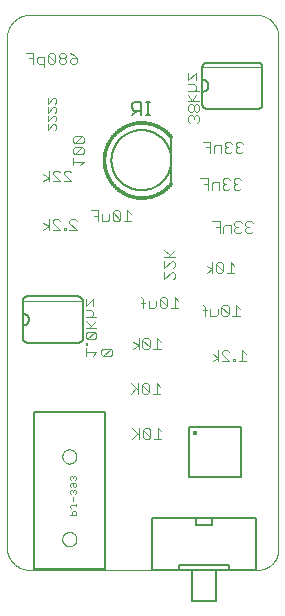
<source format=gbo>
G75*
%MOIN*%
%OFA0B0*%
%FSLAX25Y25*%
%IPPOS*%
%LPD*%
%AMOC8*
5,1,8,0,0,1.08239X$1,22.5*
%
%ADD10C,0.00000*%
%ADD11C,0.00400*%
%ADD12C,0.00600*%
%ADD13C,0.00200*%
%ADD14C,0.00300*%
%ADD15C,0.00800*%
%ADD16C,0.00100*%
%ADD17C,0.00500*%
%ADD18C,0.01761*%
D10*
X0008573Y0011486D02*
X0084586Y0011486D01*
X0084754Y0011488D01*
X0084923Y0011494D01*
X0085091Y0011504D01*
X0085258Y0011519D01*
X0085426Y0011537D01*
X0085592Y0011559D01*
X0085759Y0011585D01*
X0085924Y0011616D01*
X0086089Y0011650D01*
X0086253Y0011688D01*
X0086416Y0011731D01*
X0086578Y0011777D01*
X0086738Y0011827D01*
X0086898Y0011881D01*
X0087056Y0011939D01*
X0087212Y0012000D01*
X0087368Y0012066D01*
X0087521Y0012135D01*
X0087673Y0012207D01*
X0087823Y0012284D01*
X0087971Y0012364D01*
X0088117Y0012447D01*
X0088261Y0012534D01*
X0088403Y0012625D01*
X0088543Y0012719D01*
X0088680Y0012816D01*
X0088815Y0012917D01*
X0088947Y0013021D01*
X0089077Y0013128D01*
X0089205Y0013238D01*
X0089329Y0013351D01*
X0089451Y0013467D01*
X0089570Y0013586D01*
X0089686Y0013708D01*
X0089799Y0013832D01*
X0089909Y0013960D01*
X0090016Y0014090D01*
X0090120Y0014222D01*
X0090221Y0014357D01*
X0090318Y0014494D01*
X0090412Y0014634D01*
X0090503Y0014776D01*
X0090590Y0014920D01*
X0090673Y0015066D01*
X0090753Y0015214D01*
X0090830Y0015364D01*
X0090902Y0015516D01*
X0090971Y0015669D01*
X0091037Y0015825D01*
X0091098Y0015981D01*
X0091156Y0016139D01*
X0091210Y0016299D01*
X0091260Y0016459D01*
X0091306Y0016621D01*
X0091349Y0016784D01*
X0091387Y0016948D01*
X0091421Y0017113D01*
X0091452Y0017278D01*
X0091478Y0017445D01*
X0091500Y0017611D01*
X0091518Y0017779D01*
X0091533Y0017946D01*
X0091543Y0018114D01*
X0091549Y0018283D01*
X0091551Y0018451D01*
X0091551Y0188963D01*
X0091549Y0189146D01*
X0091542Y0189328D01*
X0091531Y0189511D01*
X0091516Y0189693D01*
X0091496Y0189875D01*
X0091472Y0190056D01*
X0091443Y0190236D01*
X0091410Y0190416D01*
X0091373Y0190595D01*
X0091331Y0190773D01*
X0091285Y0190950D01*
X0091235Y0191126D01*
X0091181Y0191300D01*
X0091122Y0191473D01*
X0091060Y0191645D01*
X0090993Y0191815D01*
X0090922Y0191983D01*
X0090847Y0192150D01*
X0090768Y0192315D01*
X0090685Y0192478D01*
X0090598Y0192638D01*
X0090507Y0192797D01*
X0090413Y0192954D01*
X0090314Y0193108D01*
X0090212Y0193259D01*
X0090107Y0193408D01*
X0089997Y0193555D01*
X0089885Y0193699D01*
X0089769Y0193840D01*
X0089649Y0193978D01*
X0089526Y0194114D01*
X0089400Y0194246D01*
X0089271Y0194375D01*
X0089139Y0194501D01*
X0089003Y0194624D01*
X0088865Y0194744D01*
X0088724Y0194860D01*
X0088580Y0194972D01*
X0088433Y0195082D01*
X0088284Y0195187D01*
X0088133Y0195289D01*
X0087979Y0195388D01*
X0087822Y0195482D01*
X0087663Y0195573D01*
X0087503Y0195660D01*
X0087340Y0195743D01*
X0087175Y0195822D01*
X0087008Y0195897D01*
X0086840Y0195968D01*
X0086670Y0196035D01*
X0086498Y0196097D01*
X0086325Y0196156D01*
X0086151Y0196210D01*
X0085975Y0196260D01*
X0085798Y0196306D01*
X0085620Y0196348D01*
X0085441Y0196385D01*
X0085261Y0196418D01*
X0085081Y0196447D01*
X0084900Y0196471D01*
X0084718Y0196491D01*
X0084536Y0196506D01*
X0084353Y0196517D01*
X0084171Y0196524D01*
X0083988Y0196526D01*
X0008795Y0196526D01*
X0008607Y0196524D01*
X0008418Y0196517D01*
X0008230Y0196506D01*
X0008043Y0196490D01*
X0007855Y0196469D01*
X0007669Y0196444D01*
X0007483Y0196415D01*
X0007297Y0196381D01*
X0007113Y0196342D01*
X0006930Y0196299D01*
X0006747Y0196252D01*
X0006566Y0196201D01*
X0006386Y0196144D01*
X0006208Y0196084D01*
X0006031Y0196019D01*
X0005856Y0195951D01*
X0005682Y0195877D01*
X0005510Y0195800D01*
X0005340Y0195719D01*
X0005172Y0195633D01*
X0005007Y0195544D01*
X0004843Y0195450D01*
X0004682Y0195353D01*
X0004523Y0195251D01*
X0004367Y0195146D01*
X0004213Y0195037D01*
X0004062Y0194925D01*
X0003914Y0194809D01*
X0003768Y0194689D01*
X0003626Y0194566D01*
X0003486Y0194439D01*
X0003350Y0194309D01*
X0003217Y0194176D01*
X0003087Y0194040D01*
X0002960Y0193900D01*
X0002837Y0193758D01*
X0002717Y0193612D01*
X0002601Y0193464D01*
X0002489Y0193313D01*
X0002380Y0193159D01*
X0002275Y0193003D01*
X0002173Y0192844D01*
X0002076Y0192683D01*
X0001982Y0192519D01*
X0001893Y0192354D01*
X0001807Y0192186D01*
X0001726Y0192016D01*
X0001649Y0191844D01*
X0001575Y0191670D01*
X0001507Y0191495D01*
X0001442Y0191318D01*
X0001382Y0191140D01*
X0001325Y0190960D01*
X0001274Y0190779D01*
X0001227Y0190596D01*
X0001184Y0190413D01*
X0001145Y0190229D01*
X0001111Y0190043D01*
X0001082Y0189857D01*
X0001057Y0189671D01*
X0001036Y0189483D01*
X0001020Y0189296D01*
X0001009Y0189108D01*
X0001002Y0188919D01*
X0001000Y0188731D01*
X0001000Y0019059D01*
X0001002Y0018876D01*
X0001009Y0018693D01*
X0001020Y0018510D01*
X0001035Y0018328D01*
X0001055Y0018146D01*
X0001079Y0017965D01*
X0001108Y0017784D01*
X0001141Y0017604D01*
X0001178Y0017425D01*
X0001220Y0017247D01*
X0001266Y0017070D01*
X0001316Y0016894D01*
X0001371Y0016719D01*
X0001429Y0016545D01*
X0001492Y0016374D01*
X0001559Y0016203D01*
X0001630Y0016035D01*
X0001705Y0015868D01*
X0001784Y0015703D01*
X0001867Y0015540D01*
X0001954Y0015379D01*
X0002045Y0015220D01*
X0002140Y0015063D01*
X0002238Y0014909D01*
X0002341Y0014757D01*
X0002446Y0014608D01*
X0002556Y0014461D01*
X0002669Y0014317D01*
X0002785Y0014176D01*
X0002905Y0014037D01*
X0003028Y0013902D01*
X0003154Y0013769D01*
X0003283Y0013640D01*
X0003416Y0013514D01*
X0003551Y0013391D01*
X0003690Y0013271D01*
X0003831Y0013155D01*
X0003975Y0013042D01*
X0004122Y0012932D01*
X0004271Y0012827D01*
X0004423Y0012724D01*
X0004577Y0012626D01*
X0004734Y0012531D01*
X0004893Y0012440D01*
X0005054Y0012353D01*
X0005217Y0012270D01*
X0005382Y0012191D01*
X0005549Y0012116D01*
X0005717Y0012045D01*
X0005888Y0011978D01*
X0006059Y0011915D01*
X0006233Y0011857D01*
X0006408Y0011802D01*
X0006584Y0011752D01*
X0006761Y0011706D01*
X0006939Y0011664D01*
X0007118Y0011627D01*
X0007298Y0011594D01*
X0007479Y0011565D01*
X0007660Y0011541D01*
X0007842Y0011521D01*
X0008024Y0011506D01*
X0008207Y0011495D01*
X0008390Y0011488D01*
X0008573Y0011486D01*
X0019504Y0021722D02*
X0019506Y0021819D01*
X0019512Y0021916D01*
X0019522Y0022012D01*
X0019536Y0022108D01*
X0019554Y0022204D01*
X0019575Y0022298D01*
X0019601Y0022392D01*
X0019630Y0022484D01*
X0019664Y0022575D01*
X0019700Y0022665D01*
X0019741Y0022753D01*
X0019785Y0022839D01*
X0019833Y0022924D01*
X0019884Y0023006D01*
X0019938Y0023087D01*
X0019996Y0023165D01*
X0020057Y0023240D01*
X0020120Y0023313D01*
X0020187Y0023384D01*
X0020257Y0023451D01*
X0020329Y0023516D01*
X0020404Y0023577D01*
X0020482Y0023636D01*
X0020561Y0023691D01*
X0020643Y0023743D01*
X0020727Y0023791D01*
X0020813Y0023836D01*
X0020901Y0023878D01*
X0020990Y0023916D01*
X0021081Y0023950D01*
X0021173Y0023980D01*
X0021266Y0024007D01*
X0021361Y0024029D01*
X0021456Y0024048D01*
X0021552Y0024063D01*
X0021648Y0024074D01*
X0021745Y0024081D01*
X0021842Y0024084D01*
X0021939Y0024083D01*
X0022036Y0024078D01*
X0022132Y0024069D01*
X0022228Y0024056D01*
X0022324Y0024039D01*
X0022419Y0024018D01*
X0022512Y0023994D01*
X0022605Y0023965D01*
X0022697Y0023933D01*
X0022787Y0023897D01*
X0022875Y0023858D01*
X0022962Y0023814D01*
X0023047Y0023768D01*
X0023130Y0023717D01*
X0023211Y0023664D01*
X0023289Y0023607D01*
X0023366Y0023547D01*
X0023439Y0023484D01*
X0023510Y0023418D01*
X0023578Y0023349D01*
X0023644Y0023277D01*
X0023706Y0023203D01*
X0023765Y0023126D01*
X0023821Y0023047D01*
X0023874Y0022965D01*
X0023924Y0022882D01*
X0023969Y0022796D01*
X0024012Y0022709D01*
X0024051Y0022620D01*
X0024086Y0022530D01*
X0024117Y0022438D01*
X0024144Y0022345D01*
X0024168Y0022251D01*
X0024188Y0022156D01*
X0024204Y0022060D01*
X0024216Y0021964D01*
X0024224Y0021867D01*
X0024228Y0021770D01*
X0024228Y0021674D01*
X0024224Y0021577D01*
X0024216Y0021480D01*
X0024204Y0021384D01*
X0024188Y0021288D01*
X0024168Y0021193D01*
X0024144Y0021099D01*
X0024117Y0021006D01*
X0024086Y0020914D01*
X0024051Y0020824D01*
X0024012Y0020735D01*
X0023969Y0020648D01*
X0023924Y0020562D01*
X0023874Y0020479D01*
X0023821Y0020397D01*
X0023765Y0020318D01*
X0023706Y0020241D01*
X0023644Y0020167D01*
X0023578Y0020095D01*
X0023510Y0020026D01*
X0023439Y0019960D01*
X0023366Y0019897D01*
X0023289Y0019837D01*
X0023211Y0019780D01*
X0023130Y0019727D01*
X0023047Y0019676D01*
X0022962Y0019630D01*
X0022875Y0019586D01*
X0022787Y0019547D01*
X0022697Y0019511D01*
X0022605Y0019479D01*
X0022512Y0019450D01*
X0022419Y0019426D01*
X0022324Y0019405D01*
X0022228Y0019388D01*
X0022132Y0019375D01*
X0022036Y0019366D01*
X0021939Y0019361D01*
X0021842Y0019360D01*
X0021745Y0019363D01*
X0021648Y0019370D01*
X0021552Y0019381D01*
X0021456Y0019396D01*
X0021361Y0019415D01*
X0021266Y0019437D01*
X0021173Y0019464D01*
X0021081Y0019494D01*
X0020990Y0019528D01*
X0020901Y0019566D01*
X0020813Y0019608D01*
X0020727Y0019653D01*
X0020643Y0019701D01*
X0020561Y0019753D01*
X0020482Y0019808D01*
X0020404Y0019867D01*
X0020329Y0019928D01*
X0020257Y0019993D01*
X0020187Y0020060D01*
X0020120Y0020131D01*
X0020057Y0020204D01*
X0019996Y0020279D01*
X0019938Y0020357D01*
X0019884Y0020438D01*
X0019833Y0020520D01*
X0019785Y0020605D01*
X0019741Y0020691D01*
X0019700Y0020779D01*
X0019664Y0020869D01*
X0019630Y0020960D01*
X0019601Y0021052D01*
X0019575Y0021146D01*
X0019554Y0021240D01*
X0019536Y0021336D01*
X0019522Y0021432D01*
X0019512Y0021528D01*
X0019506Y0021625D01*
X0019504Y0021722D01*
X0019504Y0049281D02*
X0019506Y0049378D01*
X0019512Y0049475D01*
X0019522Y0049571D01*
X0019536Y0049667D01*
X0019554Y0049763D01*
X0019575Y0049857D01*
X0019601Y0049951D01*
X0019630Y0050043D01*
X0019664Y0050134D01*
X0019700Y0050224D01*
X0019741Y0050312D01*
X0019785Y0050398D01*
X0019833Y0050483D01*
X0019884Y0050565D01*
X0019938Y0050646D01*
X0019996Y0050724D01*
X0020057Y0050799D01*
X0020120Y0050872D01*
X0020187Y0050943D01*
X0020257Y0051010D01*
X0020329Y0051075D01*
X0020404Y0051136D01*
X0020482Y0051195D01*
X0020561Y0051250D01*
X0020643Y0051302D01*
X0020727Y0051350D01*
X0020813Y0051395D01*
X0020901Y0051437D01*
X0020990Y0051475D01*
X0021081Y0051509D01*
X0021173Y0051539D01*
X0021266Y0051566D01*
X0021361Y0051588D01*
X0021456Y0051607D01*
X0021552Y0051622D01*
X0021648Y0051633D01*
X0021745Y0051640D01*
X0021842Y0051643D01*
X0021939Y0051642D01*
X0022036Y0051637D01*
X0022132Y0051628D01*
X0022228Y0051615D01*
X0022324Y0051598D01*
X0022419Y0051577D01*
X0022512Y0051553D01*
X0022605Y0051524D01*
X0022697Y0051492D01*
X0022787Y0051456D01*
X0022875Y0051417D01*
X0022962Y0051373D01*
X0023047Y0051327D01*
X0023130Y0051276D01*
X0023211Y0051223D01*
X0023289Y0051166D01*
X0023366Y0051106D01*
X0023439Y0051043D01*
X0023510Y0050977D01*
X0023578Y0050908D01*
X0023644Y0050836D01*
X0023706Y0050762D01*
X0023765Y0050685D01*
X0023821Y0050606D01*
X0023874Y0050524D01*
X0023924Y0050441D01*
X0023969Y0050355D01*
X0024012Y0050268D01*
X0024051Y0050179D01*
X0024086Y0050089D01*
X0024117Y0049997D01*
X0024144Y0049904D01*
X0024168Y0049810D01*
X0024188Y0049715D01*
X0024204Y0049619D01*
X0024216Y0049523D01*
X0024224Y0049426D01*
X0024228Y0049329D01*
X0024228Y0049233D01*
X0024224Y0049136D01*
X0024216Y0049039D01*
X0024204Y0048943D01*
X0024188Y0048847D01*
X0024168Y0048752D01*
X0024144Y0048658D01*
X0024117Y0048565D01*
X0024086Y0048473D01*
X0024051Y0048383D01*
X0024012Y0048294D01*
X0023969Y0048207D01*
X0023924Y0048121D01*
X0023874Y0048038D01*
X0023821Y0047956D01*
X0023765Y0047877D01*
X0023706Y0047800D01*
X0023644Y0047726D01*
X0023578Y0047654D01*
X0023510Y0047585D01*
X0023439Y0047519D01*
X0023366Y0047456D01*
X0023289Y0047396D01*
X0023211Y0047339D01*
X0023130Y0047286D01*
X0023047Y0047235D01*
X0022962Y0047189D01*
X0022875Y0047145D01*
X0022787Y0047106D01*
X0022697Y0047070D01*
X0022605Y0047038D01*
X0022512Y0047009D01*
X0022419Y0046985D01*
X0022324Y0046964D01*
X0022228Y0046947D01*
X0022132Y0046934D01*
X0022036Y0046925D01*
X0021939Y0046920D01*
X0021842Y0046919D01*
X0021745Y0046922D01*
X0021648Y0046929D01*
X0021552Y0046940D01*
X0021456Y0046955D01*
X0021361Y0046974D01*
X0021266Y0046996D01*
X0021173Y0047023D01*
X0021081Y0047053D01*
X0020990Y0047087D01*
X0020901Y0047125D01*
X0020813Y0047167D01*
X0020727Y0047212D01*
X0020643Y0047260D01*
X0020561Y0047312D01*
X0020482Y0047367D01*
X0020404Y0047426D01*
X0020329Y0047487D01*
X0020257Y0047552D01*
X0020187Y0047619D01*
X0020120Y0047690D01*
X0020057Y0047763D01*
X0019996Y0047838D01*
X0019938Y0047916D01*
X0019884Y0047997D01*
X0019833Y0048079D01*
X0019785Y0048164D01*
X0019741Y0048250D01*
X0019700Y0048338D01*
X0019664Y0048428D01*
X0019630Y0048519D01*
X0019601Y0048611D01*
X0019575Y0048705D01*
X0019554Y0048799D01*
X0019536Y0048895D01*
X0019522Y0048991D01*
X0019512Y0049087D01*
X0019506Y0049184D01*
X0019504Y0049281D01*
D11*
X0027267Y0082893D02*
X0027267Y0085296D01*
X0027267Y0084095D02*
X0030870Y0084095D01*
X0029669Y0082893D01*
X0027867Y0086577D02*
X0027867Y0087177D01*
X0027267Y0087177D01*
X0027267Y0086577D01*
X0027867Y0086577D01*
X0027867Y0088418D02*
X0027267Y0089019D01*
X0027267Y0090220D01*
X0027867Y0090820D01*
X0030269Y0090820D01*
X0027867Y0088418D01*
X0030269Y0088418D01*
X0030870Y0089019D01*
X0030870Y0090220D01*
X0030269Y0090820D01*
X0030870Y0092101D02*
X0027267Y0092101D01*
X0028468Y0092101D02*
X0030870Y0094503D01*
X0030870Y0095784D02*
X0027267Y0095784D01*
X0027267Y0094503D02*
X0029068Y0092702D01*
X0029068Y0095784D02*
X0029669Y0096385D01*
X0029669Y0097586D01*
X0029068Y0098187D01*
X0027267Y0098187D01*
X0027267Y0099468D02*
X0027267Y0101870D01*
X0029669Y0101870D02*
X0027267Y0099468D01*
X0029669Y0099468D02*
X0029669Y0101870D01*
X0022399Y0140958D02*
X0019997Y0140958D01*
X0018715Y0140958D02*
X0016313Y0143360D01*
X0016313Y0143960D01*
X0016914Y0144561D01*
X0018115Y0144561D01*
X0018715Y0143960D01*
X0019997Y0143960D02*
X0020597Y0144561D01*
X0021798Y0144561D01*
X0022399Y0143960D01*
X0023031Y0146298D02*
X0023031Y0148700D01*
X0023031Y0147499D02*
X0026634Y0147499D01*
X0025433Y0146298D01*
X0026033Y0149981D02*
X0023631Y0149981D01*
X0026033Y0152383D01*
X0023631Y0152383D01*
X0023031Y0151783D01*
X0023031Y0150582D01*
X0023631Y0149981D01*
X0023631Y0153664D02*
X0023031Y0154265D01*
X0023031Y0155466D01*
X0023631Y0156066D01*
X0026033Y0156066D01*
X0023631Y0153664D01*
X0026033Y0153664D01*
X0026634Y0154265D01*
X0026634Y0155466D01*
X0026033Y0156066D01*
X0026033Y0152383D02*
X0026634Y0151783D01*
X0026634Y0150582D01*
X0026033Y0149981D01*
X0019997Y0143360D02*
X0022399Y0140958D01*
X0019997Y0143360D02*
X0019997Y0143960D01*
X0018715Y0140958D02*
X0016313Y0140958D01*
X0015032Y0140958D02*
X0015032Y0144561D01*
X0013231Y0143360D02*
X0015032Y0142159D01*
X0013231Y0140958D01*
X0013450Y0178993D02*
X0013450Y0182596D01*
X0011648Y0182596D01*
X0011048Y0181996D01*
X0011048Y0180795D01*
X0011648Y0180194D01*
X0013450Y0180194D01*
X0014731Y0180795D02*
X0015331Y0180194D01*
X0016532Y0180194D01*
X0017133Y0180795D01*
X0014731Y0183197D01*
X0014731Y0180795D01*
X0014731Y0183197D02*
X0015331Y0183797D01*
X0016532Y0183797D01*
X0017133Y0183197D01*
X0017133Y0180795D01*
X0018414Y0180795D02*
X0019015Y0180194D01*
X0020216Y0180194D01*
X0020816Y0180795D01*
X0020816Y0181395D01*
X0020216Y0181996D01*
X0019015Y0181996D01*
X0018414Y0181395D01*
X0018414Y0180795D01*
X0019015Y0181996D02*
X0018414Y0182596D01*
X0018414Y0183197D01*
X0019015Y0183797D01*
X0020216Y0183797D01*
X0020816Y0183197D01*
X0020816Y0182596D01*
X0020216Y0181996D01*
X0022097Y0181395D02*
X0022698Y0181996D01*
X0024499Y0181996D01*
X0024499Y0180795D01*
X0023899Y0180194D01*
X0022698Y0180194D01*
X0022097Y0180795D01*
X0022097Y0181395D01*
X0023298Y0183197D02*
X0022097Y0183797D01*
X0023298Y0183197D02*
X0024499Y0181996D01*
X0009767Y0181996D02*
X0008566Y0181996D01*
X0009767Y0183797D02*
X0009767Y0180194D01*
X0009767Y0183797D02*
X0007365Y0183797D01*
X0053519Y0118108D02*
X0055320Y0116307D01*
X0054720Y0115706D02*
X0057122Y0118108D01*
X0057122Y0115706D02*
X0053519Y0115706D01*
X0053519Y0114425D02*
X0053519Y0112023D01*
X0055921Y0114425D01*
X0056521Y0114425D01*
X0057122Y0113825D01*
X0057122Y0112624D01*
X0056521Y0112023D01*
X0056521Y0110742D02*
X0055921Y0110742D01*
X0053519Y0108340D01*
X0053519Y0110742D01*
X0056521Y0110742D02*
X0057122Y0110141D01*
X0057122Y0108940D01*
X0056521Y0108340D01*
X0067658Y0110485D02*
X0069460Y0111686D01*
X0067658Y0112887D01*
X0069460Y0114089D02*
X0069460Y0110485D01*
X0070741Y0111086D02*
X0071341Y0110485D01*
X0072542Y0110485D01*
X0073143Y0111086D01*
X0070741Y0113488D01*
X0070741Y0111086D01*
X0073143Y0111086D02*
X0073143Y0113488D01*
X0072542Y0114089D01*
X0071341Y0114089D01*
X0070741Y0113488D01*
X0074424Y0110485D02*
X0076826Y0110485D01*
X0075625Y0110485D02*
X0075625Y0114089D01*
X0076826Y0112887D01*
X0077888Y0150596D02*
X0079089Y0150596D01*
X0079690Y0151196D01*
X0079690Y0153598D02*
X0079089Y0154199D01*
X0077888Y0154199D01*
X0077288Y0153598D01*
X0077288Y0152998D01*
X0077888Y0152397D01*
X0077288Y0151797D01*
X0077288Y0151196D01*
X0077888Y0150596D01*
X0077888Y0152397D02*
X0078489Y0152397D01*
X0076007Y0151196D02*
X0075406Y0150596D01*
X0074205Y0150596D01*
X0073605Y0151196D01*
X0073605Y0151797D01*
X0074205Y0152397D01*
X0074806Y0152397D01*
X0074205Y0152397D02*
X0073605Y0152998D01*
X0073605Y0153598D01*
X0074205Y0154199D01*
X0075406Y0154199D01*
X0076007Y0153598D01*
X0072323Y0152998D02*
X0072323Y0150596D01*
X0072323Y0152998D02*
X0070522Y0152998D01*
X0069921Y0152397D01*
X0069921Y0150596D01*
X0068640Y0150596D02*
X0068640Y0154199D01*
X0066238Y0154199D01*
X0067439Y0152397D02*
X0068640Y0152397D01*
X0064521Y0160546D02*
X0065122Y0161146D01*
X0065122Y0162347D01*
X0064521Y0162948D01*
X0063921Y0162948D01*
X0063320Y0162347D01*
X0062720Y0162948D01*
X0062119Y0162948D01*
X0061519Y0162347D01*
X0061519Y0161146D01*
X0062119Y0160546D01*
X0063320Y0161747D02*
X0063320Y0162347D01*
X0062720Y0164229D02*
X0063320Y0164829D01*
X0063320Y0166030D01*
X0062720Y0166631D01*
X0062119Y0166631D01*
X0061519Y0166030D01*
X0061519Y0164829D01*
X0062119Y0164229D01*
X0062720Y0164229D01*
X0063320Y0164829D02*
X0063921Y0164229D01*
X0064521Y0164229D01*
X0065122Y0164829D01*
X0065122Y0166030D01*
X0064521Y0166631D01*
X0063921Y0166631D01*
X0063320Y0166030D01*
X0062720Y0167912D02*
X0063921Y0169714D01*
X0063320Y0170981D02*
X0063921Y0171582D01*
X0063921Y0172783D01*
X0063320Y0173383D01*
X0061519Y0173383D01*
X0061519Y0174664D02*
X0061519Y0177067D01*
X0063921Y0177067D02*
X0061519Y0174664D01*
X0061519Y0170981D02*
X0065122Y0170981D01*
X0063921Y0174664D02*
X0063921Y0177067D01*
X0061519Y0169714D02*
X0062720Y0167912D01*
X0061519Y0167912D02*
X0065122Y0167912D01*
D12*
X0066197Y0166704D02*
X0066197Y0179104D01*
X0066199Y0179180D01*
X0066205Y0179256D01*
X0066214Y0179331D01*
X0066228Y0179406D01*
X0066245Y0179480D01*
X0066266Y0179553D01*
X0066290Y0179625D01*
X0066319Y0179696D01*
X0066350Y0179765D01*
X0066385Y0179832D01*
X0066424Y0179897D01*
X0066466Y0179961D01*
X0066511Y0180022D01*
X0066559Y0180081D01*
X0066610Y0180137D01*
X0066664Y0180191D01*
X0066720Y0180242D01*
X0066779Y0180290D01*
X0066840Y0180335D01*
X0066904Y0180377D01*
X0066969Y0180416D01*
X0067036Y0180451D01*
X0067105Y0180482D01*
X0067176Y0180511D01*
X0067248Y0180535D01*
X0067321Y0180556D01*
X0067395Y0180573D01*
X0067470Y0180587D01*
X0067545Y0180596D01*
X0067621Y0180602D01*
X0067697Y0180604D01*
X0084697Y0180604D01*
X0084773Y0180602D01*
X0084849Y0180596D01*
X0084924Y0180587D01*
X0084999Y0180573D01*
X0085073Y0180556D01*
X0085146Y0180535D01*
X0085218Y0180511D01*
X0085289Y0180482D01*
X0085358Y0180451D01*
X0085425Y0180416D01*
X0085490Y0180377D01*
X0085554Y0180335D01*
X0085615Y0180290D01*
X0085674Y0180242D01*
X0085730Y0180191D01*
X0085784Y0180137D01*
X0085835Y0180081D01*
X0085883Y0180022D01*
X0085928Y0179961D01*
X0085970Y0179897D01*
X0086009Y0179832D01*
X0086044Y0179765D01*
X0086075Y0179696D01*
X0086104Y0179625D01*
X0086128Y0179553D01*
X0086149Y0179480D01*
X0086166Y0179406D01*
X0086180Y0179331D01*
X0086189Y0179256D01*
X0086195Y0179180D01*
X0086197Y0179104D01*
X0086197Y0166704D01*
X0086195Y0166628D01*
X0086189Y0166552D01*
X0086180Y0166477D01*
X0086166Y0166402D01*
X0086149Y0166328D01*
X0086128Y0166255D01*
X0086104Y0166183D01*
X0086075Y0166112D01*
X0086044Y0166043D01*
X0086009Y0165976D01*
X0085970Y0165911D01*
X0085928Y0165847D01*
X0085883Y0165786D01*
X0085835Y0165727D01*
X0085784Y0165671D01*
X0085730Y0165617D01*
X0085674Y0165566D01*
X0085615Y0165518D01*
X0085554Y0165473D01*
X0085490Y0165431D01*
X0085425Y0165392D01*
X0085358Y0165357D01*
X0085289Y0165326D01*
X0085218Y0165297D01*
X0085146Y0165273D01*
X0085073Y0165252D01*
X0084999Y0165235D01*
X0084924Y0165221D01*
X0084849Y0165212D01*
X0084773Y0165206D01*
X0084697Y0165204D01*
X0067697Y0165204D01*
X0067621Y0165206D01*
X0067545Y0165212D01*
X0067470Y0165221D01*
X0067395Y0165235D01*
X0067321Y0165252D01*
X0067248Y0165273D01*
X0067176Y0165297D01*
X0067105Y0165326D01*
X0067036Y0165357D01*
X0066969Y0165392D01*
X0066904Y0165431D01*
X0066840Y0165473D01*
X0066779Y0165518D01*
X0066720Y0165566D01*
X0066664Y0165617D01*
X0066610Y0165671D01*
X0066559Y0165727D01*
X0066511Y0165786D01*
X0066466Y0165847D01*
X0066424Y0165911D01*
X0066385Y0165976D01*
X0066350Y0166043D01*
X0066319Y0166112D01*
X0066290Y0166183D01*
X0066266Y0166255D01*
X0066245Y0166328D01*
X0066228Y0166402D01*
X0066214Y0166477D01*
X0066205Y0166552D01*
X0066199Y0166628D01*
X0066197Y0166704D01*
X0066197Y0170904D02*
X0066285Y0170906D01*
X0066374Y0170912D01*
X0066462Y0170922D01*
X0066549Y0170935D01*
X0066636Y0170953D01*
X0066722Y0170974D01*
X0066807Y0170999D01*
X0066890Y0171028D01*
X0066973Y0171061D01*
X0067053Y0171097D01*
X0067132Y0171136D01*
X0067210Y0171179D01*
X0067285Y0171226D01*
X0067358Y0171276D01*
X0067429Y0171329D01*
X0067498Y0171385D01*
X0067564Y0171444D01*
X0067627Y0171506D01*
X0067687Y0171570D01*
X0067745Y0171637D01*
X0067799Y0171707D01*
X0067851Y0171779D01*
X0067899Y0171853D01*
X0067944Y0171930D01*
X0067985Y0172008D01*
X0068023Y0172088D01*
X0068057Y0172169D01*
X0068088Y0172252D01*
X0068115Y0172337D01*
X0068138Y0172422D01*
X0068157Y0172508D01*
X0068173Y0172596D01*
X0068185Y0172683D01*
X0068193Y0172771D01*
X0068197Y0172860D01*
X0068197Y0172948D01*
X0068193Y0173037D01*
X0068185Y0173125D01*
X0068173Y0173212D01*
X0068157Y0173300D01*
X0068138Y0173386D01*
X0068115Y0173471D01*
X0068088Y0173556D01*
X0068057Y0173639D01*
X0068023Y0173720D01*
X0067985Y0173800D01*
X0067944Y0173878D01*
X0067899Y0173955D01*
X0067851Y0174029D01*
X0067799Y0174101D01*
X0067745Y0174171D01*
X0067687Y0174238D01*
X0067627Y0174302D01*
X0067564Y0174364D01*
X0067498Y0174423D01*
X0067429Y0174479D01*
X0067358Y0174532D01*
X0067285Y0174582D01*
X0067210Y0174629D01*
X0067132Y0174672D01*
X0067053Y0174711D01*
X0066973Y0174747D01*
X0066890Y0174780D01*
X0066807Y0174809D01*
X0066722Y0174834D01*
X0066636Y0174855D01*
X0066549Y0174873D01*
X0066462Y0174886D01*
X0066374Y0174896D01*
X0066285Y0174902D01*
X0066197Y0174904D01*
X0035882Y0148100D02*
X0035885Y0148345D01*
X0035894Y0148591D01*
X0035909Y0148836D01*
X0035930Y0149080D01*
X0035957Y0149324D01*
X0035990Y0149567D01*
X0036029Y0149810D01*
X0036074Y0150051D01*
X0036125Y0150291D01*
X0036182Y0150530D01*
X0036244Y0150767D01*
X0036313Y0151003D01*
X0036387Y0151237D01*
X0036467Y0151469D01*
X0036552Y0151699D01*
X0036643Y0151927D01*
X0036740Y0152152D01*
X0036842Y0152376D01*
X0036950Y0152596D01*
X0037063Y0152814D01*
X0037181Y0153029D01*
X0037305Y0153241D01*
X0037433Y0153450D01*
X0037567Y0153656D01*
X0037706Y0153858D01*
X0037850Y0154057D01*
X0037999Y0154252D01*
X0038152Y0154444D01*
X0038310Y0154632D01*
X0038472Y0154816D01*
X0038640Y0154995D01*
X0038811Y0155171D01*
X0038987Y0155342D01*
X0039166Y0155510D01*
X0039350Y0155672D01*
X0039538Y0155830D01*
X0039730Y0155983D01*
X0039925Y0156132D01*
X0040124Y0156276D01*
X0040326Y0156415D01*
X0040532Y0156549D01*
X0040741Y0156677D01*
X0040953Y0156801D01*
X0041168Y0156919D01*
X0041386Y0157032D01*
X0041606Y0157140D01*
X0041830Y0157242D01*
X0042055Y0157339D01*
X0042283Y0157430D01*
X0042513Y0157515D01*
X0042745Y0157595D01*
X0042979Y0157669D01*
X0043215Y0157738D01*
X0043452Y0157800D01*
X0043691Y0157857D01*
X0043931Y0157908D01*
X0044172Y0157953D01*
X0044415Y0157992D01*
X0044658Y0158025D01*
X0044902Y0158052D01*
X0045146Y0158073D01*
X0045391Y0158088D01*
X0045637Y0158097D01*
X0045882Y0158100D01*
X0046127Y0158097D01*
X0046373Y0158088D01*
X0046618Y0158073D01*
X0046862Y0158052D01*
X0047106Y0158025D01*
X0047349Y0157992D01*
X0047592Y0157953D01*
X0047833Y0157908D01*
X0048073Y0157857D01*
X0048312Y0157800D01*
X0048549Y0157738D01*
X0048785Y0157669D01*
X0049019Y0157595D01*
X0049251Y0157515D01*
X0049481Y0157430D01*
X0049709Y0157339D01*
X0049934Y0157242D01*
X0050158Y0157140D01*
X0050378Y0157032D01*
X0050596Y0156919D01*
X0050811Y0156801D01*
X0051023Y0156677D01*
X0051232Y0156549D01*
X0051438Y0156415D01*
X0051640Y0156276D01*
X0051839Y0156132D01*
X0052034Y0155983D01*
X0052226Y0155830D01*
X0052414Y0155672D01*
X0052598Y0155510D01*
X0052777Y0155342D01*
X0052953Y0155171D01*
X0053124Y0154995D01*
X0053292Y0154816D01*
X0053454Y0154632D01*
X0053612Y0154444D01*
X0053765Y0154252D01*
X0053914Y0154057D01*
X0054058Y0153858D01*
X0054197Y0153656D01*
X0054331Y0153450D01*
X0054459Y0153241D01*
X0054583Y0153029D01*
X0054701Y0152814D01*
X0054814Y0152596D01*
X0054922Y0152376D01*
X0055024Y0152152D01*
X0055121Y0151927D01*
X0055212Y0151699D01*
X0055297Y0151469D01*
X0055377Y0151237D01*
X0055451Y0151003D01*
X0055520Y0150767D01*
X0055582Y0150530D01*
X0055639Y0150291D01*
X0055690Y0150051D01*
X0055735Y0149810D01*
X0055774Y0149567D01*
X0055807Y0149324D01*
X0055834Y0149080D01*
X0055855Y0148836D01*
X0055870Y0148591D01*
X0055879Y0148345D01*
X0055882Y0148100D01*
X0055879Y0147855D01*
X0055870Y0147609D01*
X0055855Y0147364D01*
X0055834Y0147120D01*
X0055807Y0146876D01*
X0055774Y0146633D01*
X0055735Y0146390D01*
X0055690Y0146149D01*
X0055639Y0145909D01*
X0055582Y0145670D01*
X0055520Y0145433D01*
X0055451Y0145197D01*
X0055377Y0144963D01*
X0055297Y0144731D01*
X0055212Y0144501D01*
X0055121Y0144273D01*
X0055024Y0144048D01*
X0054922Y0143824D01*
X0054814Y0143604D01*
X0054701Y0143386D01*
X0054583Y0143171D01*
X0054459Y0142959D01*
X0054331Y0142750D01*
X0054197Y0142544D01*
X0054058Y0142342D01*
X0053914Y0142143D01*
X0053765Y0141948D01*
X0053612Y0141756D01*
X0053454Y0141568D01*
X0053292Y0141384D01*
X0053124Y0141205D01*
X0052953Y0141029D01*
X0052777Y0140858D01*
X0052598Y0140690D01*
X0052414Y0140528D01*
X0052226Y0140370D01*
X0052034Y0140217D01*
X0051839Y0140068D01*
X0051640Y0139924D01*
X0051438Y0139785D01*
X0051232Y0139651D01*
X0051023Y0139523D01*
X0050811Y0139399D01*
X0050596Y0139281D01*
X0050378Y0139168D01*
X0050158Y0139060D01*
X0049934Y0138958D01*
X0049709Y0138861D01*
X0049481Y0138770D01*
X0049251Y0138685D01*
X0049019Y0138605D01*
X0048785Y0138531D01*
X0048549Y0138462D01*
X0048312Y0138400D01*
X0048073Y0138343D01*
X0047833Y0138292D01*
X0047592Y0138247D01*
X0047349Y0138208D01*
X0047106Y0138175D01*
X0046862Y0138148D01*
X0046618Y0138127D01*
X0046373Y0138112D01*
X0046127Y0138103D01*
X0045882Y0138100D01*
X0045637Y0138103D01*
X0045391Y0138112D01*
X0045146Y0138127D01*
X0044902Y0138148D01*
X0044658Y0138175D01*
X0044415Y0138208D01*
X0044172Y0138247D01*
X0043931Y0138292D01*
X0043691Y0138343D01*
X0043452Y0138400D01*
X0043215Y0138462D01*
X0042979Y0138531D01*
X0042745Y0138605D01*
X0042513Y0138685D01*
X0042283Y0138770D01*
X0042055Y0138861D01*
X0041830Y0138958D01*
X0041606Y0139060D01*
X0041386Y0139168D01*
X0041168Y0139281D01*
X0040953Y0139399D01*
X0040741Y0139523D01*
X0040532Y0139651D01*
X0040326Y0139785D01*
X0040124Y0139924D01*
X0039925Y0140068D01*
X0039730Y0140217D01*
X0039538Y0140370D01*
X0039350Y0140528D01*
X0039166Y0140690D01*
X0038987Y0140858D01*
X0038811Y0141029D01*
X0038640Y0141205D01*
X0038472Y0141384D01*
X0038310Y0141568D01*
X0038152Y0141756D01*
X0037999Y0141948D01*
X0037850Y0142143D01*
X0037706Y0142342D01*
X0037567Y0142544D01*
X0037433Y0142750D01*
X0037305Y0142959D01*
X0037181Y0143171D01*
X0037063Y0143386D01*
X0036950Y0143604D01*
X0036842Y0143824D01*
X0036740Y0144048D01*
X0036643Y0144273D01*
X0036552Y0144501D01*
X0036467Y0144731D01*
X0036387Y0144963D01*
X0036313Y0145197D01*
X0036244Y0145433D01*
X0036182Y0145670D01*
X0036125Y0145909D01*
X0036074Y0146149D01*
X0036029Y0146390D01*
X0035990Y0146633D01*
X0035957Y0146876D01*
X0035930Y0147120D01*
X0035909Y0147364D01*
X0035894Y0147609D01*
X0035885Y0147855D01*
X0035882Y0148100D01*
X0024854Y0102651D02*
X0007854Y0102651D01*
X0007778Y0102649D01*
X0007702Y0102643D01*
X0007627Y0102634D01*
X0007552Y0102620D01*
X0007478Y0102603D01*
X0007405Y0102582D01*
X0007333Y0102558D01*
X0007262Y0102529D01*
X0007193Y0102498D01*
X0007126Y0102463D01*
X0007061Y0102424D01*
X0006997Y0102382D01*
X0006936Y0102337D01*
X0006877Y0102289D01*
X0006821Y0102238D01*
X0006767Y0102184D01*
X0006716Y0102128D01*
X0006668Y0102069D01*
X0006623Y0102008D01*
X0006581Y0101944D01*
X0006542Y0101879D01*
X0006507Y0101812D01*
X0006476Y0101743D01*
X0006447Y0101672D01*
X0006423Y0101600D01*
X0006402Y0101527D01*
X0006385Y0101453D01*
X0006371Y0101378D01*
X0006362Y0101303D01*
X0006356Y0101227D01*
X0006354Y0101151D01*
X0006354Y0088751D01*
X0006356Y0088675D01*
X0006362Y0088599D01*
X0006371Y0088524D01*
X0006385Y0088449D01*
X0006402Y0088375D01*
X0006423Y0088302D01*
X0006447Y0088230D01*
X0006476Y0088159D01*
X0006507Y0088090D01*
X0006542Y0088023D01*
X0006581Y0087958D01*
X0006623Y0087894D01*
X0006668Y0087833D01*
X0006716Y0087774D01*
X0006767Y0087718D01*
X0006821Y0087664D01*
X0006877Y0087613D01*
X0006936Y0087565D01*
X0006997Y0087520D01*
X0007061Y0087478D01*
X0007126Y0087439D01*
X0007193Y0087404D01*
X0007262Y0087373D01*
X0007333Y0087344D01*
X0007405Y0087320D01*
X0007478Y0087299D01*
X0007552Y0087282D01*
X0007627Y0087268D01*
X0007702Y0087259D01*
X0007778Y0087253D01*
X0007854Y0087251D01*
X0024854Y0087251D01*
X0024930Y0087253D01*
X0025006Y0087259D01*
X0025081Y0087268D01*
X0025156Y0087282D01*
X0025230Y0087299D01*
X0025303Y0087320D01*
X0025375Y0087344D01*
X0025446Y0087373D01*
X0025515Y0087404D01*
X0025582Y0087439D01*
X0025647Y0087478D01*
X0025711Y0087520D01*
X0025772Y0087565D01*
X0025831Y0087613D01*
X0025887Y0087664D01*
X0025941Y0087718D01*
X0025992Y0087774D01*
X0026040Y0087833D01*
X0026085Y0087894D01*
X0026127Y0087958D01*
X0026166Y0088023D01*
X0026201Y0088090D01*
X0026232Y0088159D01*
X0026261Y0088230D01*
X0026285Y0088302D01*
X0026306Y0088375D01*
X0026323Y0088449D01*
X0026337Y0088524D01*
X0026346Y0088599D01*
X0026352Y0088675D01*
X0026354Y0088751D01*
X0026354Y0101151D01*
X0026352Y0101227D01*
X0026346Y0101303D01*
X0026337Y0101378D01*
X0026323Y0101453D01*
X0026306Y0101527D01*
X0026285Y0101600D01*
X0026261Y0101672D01*
X0026232Y0101743D01*
X0026201Y0101812D01*
X0026166Y0101879D01*
X0026127Y0101944D01*
X0026085Y0102008D01*
X0026040Y0102069D01*
X0025992Y0102128D01*
X0025941Y0102184D01*
X0025887Y0102238D01*
X0025831Y0102289D01*
X0025772Y0102337D01*
X0025711Y0102382D01*
X0025647Y0102424D01*
X0025582Y0102463D01*
X0025515Y0102498D01*
X0025446Y0102529D01*
X0025375Y0102558D01*
X0025303Y0102582D01*
X0025230Y0102603D01*
X0025156Y0102620D01*
X0025081Y0102634D01*
X0025006Y0102643D01*
X0024930Y0102649D01*
X0024854Y0102651D01*
X0006354Y0096951D02*
X0006442Y0096949D01*
X0006531Y0096943D01*
X0006619Y0096933D01*
X0006706Y0096920D01*
X0006793Y0096902D01*
X0006879Y0096881D01*
X0006964Y0096856D01*
X0007047Y0096827D01*
X0007130Y0096794D01*
X0007210Y0096758D01*
X0007289Y0096719D01*
X0007367Y0096676D01*
X0007442Y0096629D01*
X0007515Y0096579D01*
X0007586Y0096526D01*
X0007655Y0096470D01*
X0007721Y0096411D01*
X0007784Y0096349D01*
X0007844Y0096285D01*
X0007902Y0096218D01*
X0007956Y0096148D01*
X0008008Y0096076D01*
X0008056Y0096002D01*
X0008101Y0095925D01*
X0008142Y0095847D01*
X0008180Y0095767D01*
X0008214Y0095686D01*
X0008245Y0095603D01*
X0008272Y0095518D01*
X0008295Y0095433D01*
X0008314Y0095347D01*
X0008330Y0095259D01*
X0008342Y0095172D01*
X0008350Y0095084D01*
X0008354Y0094995D01*
X0008354Y0094907D01*
X0008350Y0094818D01*
X0008342Y0094730D01*
X0008330Y0094643D01*
X0008314Y0094555D01*
X0008295Y0094469D01*
X0008272Y0094384D01*
X0008245Y0094299D01*
X0008214Y0094216D01*
X0008180Y0094135D01*
X0008142Y0094055D01*
X0008101Y0093977D01*
X0008056Y0093900D01*
X0008008Y0093826D01*
X0007956Y0093754D01*
X0007902Y0093684D01*
X0007844Y0093617D01*
X0007784Y0093553D01*
X0007721Y0093491D01*
X0007655Y0093432D01*
X0007586Y0093376D01*
X0007515Y0093323D01*
X0007442Y0093273D01*
X0007367Y0093226D01*
X0007289Y0093183D01*
X0007210Y0093144D01*
X0007130Y0093108D01*
X0007047Y0093075D01*
X0006964Y0093046D01*
X0006879Y0093021D01*
X0006793Y0093000D01*
X0006706Y0092982D01*
X0006619Y0092969D01*
X0006531Y0092959D01*
X0006442Y0092953D01*
X0006354Y0092951D01*
D13*
X0006354Y0101251D02*
X0026354Y0101251D01*
X0066197Y0179204D02*
X0086197Y0179204D01*
D14*
X0078461Y0141954D02*
X0077227Y0141954D01*
X0076610Y0141336D01*
X0076610Y0140719D01*
X0077227Y0140102D01*
X0076610Y0139485D01*
X0076610Y0138868D01*
X0077227Y0138250D01*
X0078461Y0138250D01*
X0079078Y0138868D01*
X0077844Y0140102D02*
X0077227Y0140102D01*
X0079078Y0141336D02*
X0078461Y0141954D01*
X0075395Y0141336D02*
X0074778Y0141954D01*
X0073544Y0141954D01*
X0072926Y0141336D01*
X0072926Y0140719D01*
X0073544Y0140102D01*
X0072926Y0139485D01*
X0072926Y0138868D01*
X0073544Y0138250D01*
X0074778Y0138250D01*
X0075395Y0138868D01*
X0074161Y0140102D02*
X0073544Y0140102D01*
X0071712Y0140719D02*
X0071712Y0138250D01*
X0071712Y0140719D02*
X0069860Y0140719D01*
X0069243Y0140102D01*
X0069243Y0138250D01*
X0068029Y0138250D02*
X0068029Y0141954D01*
X0065560Y0141954D01*
X0066795Y0140102D02*
X0068029Y0140102D01*
X0069505Y0127639D02*
X0071974Y0127639D01*
X0071974Y0123935D01*
X0071974Y0125787D02*
X0070740Y0125787D01*
X0073188Y0125787D02*
X0073188Y0123935D01*
X0073188Y0125787D02*
X0073806Y0126404D01*
X0075657Y0126404D01*
X0075657Y0123935D01*
X0076872Y0124553D02*
X0077489Y0123935D01*
X0078723Y0123935D01*
X0079340Y0124553D01*
X0080555Y0124553D02*
X0080555Y0125170D01*
X0081172Y0125787D01*
X0081789Y0125787D01*
X0081172Y0125787D02*
X0080555Y0126404D01*
X0080555Y0127021D01*
X0081172Y0127639D01*
X0082406Y0127639D01*
X0083024Y0127021D01*
X0083024Y0124553D02*
X0082406Y0123935D01*
X0081172Y0123935D01*
X0080555Y0124553D01*
X0079340Y0127021D02*
X0078723Y0127639D01*
X0077489Y0127639D01*
X0076872Y0127021D01*
X0076872Y0126404D01*
X0077489Y0125787D01*
X0076872Y0125170D01*
X0076872Y0124553D01*
X0077489Y0125787D02*
X0078106Y0125787D01*
X0077450Y0099828D02*
X0077450Y0096124D01*
X0076216Y0096124D02*
X0078685Y0096124D01*
X0078685Y0098593D02*
X0077450Y0099828D01*
X0075002Y0099210D02*
X0075002Y0096742D01*
X0072533Y0099210D01*
X0072533Y0096742D01*
X0073150Y0096124D01*
X0074384Y0096124D01*
X0075002Y0096742D01*
X0075002Y0099210D02*
X0074384Y0099828D01*
X0073150Y0099828D01*
X0072533Y0099210D01*
X0071318Y0098593D02*
X0071318Y0096742D01*
X0070701Y0096124D01*
X0068850Y0096124D01*
X0068850Y0098593D01*
X0067635Y0097976D02*
X0066401Y0097976D01*
X0067018Y0099210D02*
X0066401Y0099828D01*
X0067018Y0099210D02*
X0067018Y0096124D01*
X0071498Y0084725D02*
X0071498Y0081022D01*
X0072712Y0081022D02*
X0075181Y0081022D01*
X0072712Y0083491D01*
X0072712Y0084108D01*
X0073330Y0084725D01*
X0074564Y0084725D01*
X0075181Y0084108D01*
X0076406Y0081639D02*
X0076406Y0081022D01*
X0077023Y0081022D01*
X0077023Y0081639D01*
X0076406Y0081639D01*
X0078237Y0081022D02*
X0080706Y0081022D01*
X0079472Y0081022D02*
X0079472Y0084725D01*
X0080706Y0083491D01*
X0071498Y0082256D02*
X0069646Y0083491D01*
X0071498Y0082256D02*
X0069646Y0081022D01*
X0058174Y0098739D02*
X0055705Y0098739D01*
X0056939Y0098739D02*
X0056939Y0102442D01*
X0058174Y0101207D01*
X0054491Y0101825D02*
X0054491Y0099356D01*
X0052022Y0101825D01*
X0052022Y0099356D01*
X0052639Y0098739D01*
X0053873Y0098739D01*
X0054491Y0099356D01*
X0054491Y0101825D02*
X0053873Y0102442D01*
X0052639Y0102442D01*
X0052022Y0101825D01*
X0050807Y0101207D02*
X0050807Y0099356D01*
X0050190Y0098739D01*
X0048339Y0098739D01*
X0048339Y0101207D01*
X0047124Y0100590D02*
X0045890Y0100590D01*
X0046507Y0101825D02*
X0045890Y0102442D01*
X0046507Y0101825D02*
X0046507Y0098739D01*
X0046772Y0088804D02*
X0046155Y0088187D01*
X0048624Y0085718D01*
X0048006Y0085101D01*
X0046772Y0085101D01*
X0046155Y0085718D01*
X0046155Y0088187D01*
X0046772Y0088804D02*
X0048006Y0088804D01*
X0048624Y0088187D01*
X0048624Y0085718D01*
X0049838Y0085101D02*
X0052307Y0085101D01*
X0051072Y0085101D02*
X0051072Y0088804D01*
X0052307Y0087570D01*
X0050935Y0073843D02*
X0050935Y0070140D01*
X0052169Y0070140D02*
X0049700Y0070140D01*
X0048486Y0070757D02*
X0048486Y0073226D01*
X0047869Y0073843D01*
X0046634Y0073843D01*
X0046017Y0073226D01*
X0048486Y0070757D01*
X0047869Y0070140D01*
X0046634Y0070140D01*
X0046017Y0070757D01*
X0046017Y0073226D01*
X0044803Y0073843D02*
X0044803Y0070140D01*
X0044803Y0071375D02*
X0042334Y0073843D01*
X0044185Y0071992D02*
X0042334Y0070140D01*
X0042728Y0058883D02*
X0045196Y0056414D01*
X0044579Y0057031D02*
X0042728Y0055180D01*
X0045196Y0055180D02*
X0045196Y0058883D01*
X0046411Y0058265D02*
X0046411Y0055797D01*
X0047028Y0055180D01*
X0048262Y0055180D01*
X0048879Y0055797D01*
X0046411Y0058265D01*
X0047028Y0058883D01*
X0048262Y0058883D01*
X0048879Y0058265D01*
X0048879Y0055797D01*
X0050094Y0055180D02*
X0052563Y0055180D01*
X0051328Y0055180D02*
X0051328Y0058883D01*
X0052563Y0057648D01*
X0052169Y0072609D02*
X0050935Y0073843D01*
X0044940Y0085101D02*
X0044940Y0088804D01*
X0043089Y0087570D02*
X0044940Y0086335D01*
X0043089Y0085101D01*
X0036192Y0084610D02*
X0036192Y0083375D01*
X0035575Y0082758D01*
X0033106Y0082758D01*
X0035575Y0085227D01*
X0033106Y0085227D01*
X0032489Y0084610D01*
X0032489Y0083375D01*
X0033106Y0082758D01*
X0035575Y0085227D02*
X0036192Y0084610D01*
X0024269Y0124723D02*
X0021800Y0124723D01*
X0020586Y0124723D02*
X0020586Y0125340D01*
X0019969Y0125340D01*
X0019969Y0124723D01*
X0020586Y0124723D01*
X0018744Y0124723D02*
X0016275Y0127192D01*
X0016275Y0127809D01*
X0016893Y0128426D01*
X0018127Y0128426D01*
X0018744Y0127809D01*
X0018744Y0124723D02*
X0016275Y0124723D01*
X0015061Y0124723D02*
X0015061Y0128426D01*
X0013209Y0127192D02*
X0015061Y0125957D01*
X0013209Y0124723D01*
X0021800Y0127192D02*
X0021800Y0127809D01*
X0022417Y0128426D01*
X0023652Y0128426D01*
X0024269Y0127809D01*
X0021800Y0127192D02*
X0024269Y0124723D01*
X0028946Y0131324D02*
X0031415Y0131324D01*
X0031415Y0127620D01*
X0031415Y0129472D02*
X0030180Y0129472D01*
X0032629Y0130089D02*
X0032629Y0127620D01*
X0034481Y0127620D01*
X0035098Y0128238D01*
X0035098Y0130089D01*
X0036312Y0130706D02*
X0036312Y0128238D01*
X0036929Y0127620D01*
X0038164Y0127620D01*
X0038781Y0128238D01*
X0036312Y0130706D01*
X0036929Y0131324D01*
X0038164Y0131324D01*
X0038781Y0130706D01*
X0038781Y0128238D01*
X0039995Y0127620D02*
X0042464Y0127620D01*
X0041230Y0127620D02*
X0041230Y0131324D01*
X0042464Y0130089D01*
X0016992Y0158030D02*
X0017476Y0158514D01*
X0017476Y0159481D01*
X0016992Y0159965D01*
X0016508Y0159965D01*
X0014573Y0158030D01*
X0014573Y0159965D01*
X0014573Y0160976D02*
X0016508Y0162911D01*
X0016992Y0162911D01*
X0017476Y0162428D01*
X0017476Y0161460D01*
X0016992Y0160976D01*
X0016992Y0163923D02*
X0017476Y0164407D01*
X0017476Y0165374D01*
X0016992Y0165858D01*
X0016508Y0165858D01*
X0014573Y0163923D01*
X0014573Y0165858D01*
X0014573Y0166869D02*
X0016508Y0168804D01*
X0016992Y0168804D01*
X0017476Y0168321D01*
X0017476Y0167353D01*
X0016992Y0166869D01*
X0014573Y0166869D02*
X0014573Y0168804D01*
X0014573Y0162911D02*
X0014573Y0160976D01*
X0022383Y0042783D02*
X0022016Y0042416D01*
X0022016Y0041682D01*
X0022383Y0041315D01*
X0022383Y0040481D02*
X0023851Y0040481D01*
X0024218Y0040114D01*
X0024218Y0039380D01*
X0023851Y0039013D01*
X0023484Y0039013D01*
X0023117Y0039380D01*
X0023117Y0040481D01*
X0022383Y0040481D02*
X0022016Y0040114D01*
X0022016Y0039380D01*
X0022383Y0039013D01*
X0022383Y0038179D02*
X0022016Y0037812D01*
X0022016Y0037078D01*
X0022383Y0036711D01*
X0023117Y0037445D02*
X0023117Y0037812D01*
X0022750Y0038179D01*
X0022383Y0038179D01*
X0023117Y0037812D02*
X0023484Y0038179D01*
X0023851Y0038179D01*
X0024218Y0037812D01*
X0024218Y0037078D01*
X0023851Y0036711D01*
X0023117Y0035877D02*
X0023117Y0034409D01*
X0022383Y0033208D02*
X0022016Y0032841D01*
X0022016Y0032474D01*
X0022383Y0032107D01*
X0022383Y0033208D02*
X0024218Y0033208D01*
X0024218Y0032841D02*
X0024218Y0033575D01*
X0023851Y0031273D02*
X0023117Y0031273D01*
X0022750Y0030906D01*
X0022750Y0029806D01*
X0022016Y0029806D02*
X0024218Y0029806D01*
X0024218Y0030906D01*
X0023851Y0031273D01*
X0023851Y0041315D02*
X0024218Y0041682D01*
X0024218Y0042416D01*
X0023851Y0042783D01*
X0023484Y0042783D01*
X0023117Y0042416D01*
X0022750Y0042783D01*
X0022383Y0042783D01*
X0023117Y0042416D02*
X0023117Y0042049D01*
D15*
X0055882Y0140600D02*
X0055882Y0155600D01*
D16*
X0056211Y0155909D02*
X0055491Y0155369D01*
X0055492Y0155370D02*
X0055311Y0155603D01*
X0055125Y0155831D01*
X0054933Y0156055D01*
X0054736Y0156274D01*
X0054534Y0156488D01*
X0054326Y0156697D01*
X0054113Y0156900D01*
X0053896Y0157099D01*
X0053673Y0157292D01*
X0053446Y0157480D01*
X0053215Y0157662D01*
X0052979Y0157839D01*
X0052738Y0158009D01*
X0052494Y0158174D01*
X0052246Y0158332D01*
X0051994Y0158485D01*
X0051738Y0158631D01*
X0051479Y0158771D01*
X0051216Y0158905D01*
X0050951Y0159032D01*
X0050682Y0159153D01*
X0050410Y0159267D01*
X0050136Y0159374D01*
X0049859Y0159475D01*
X0049580Y0159569D01*
X0049298Y0159656D01*
X0049015Y0159736D01*
X0048729Y0159809D01*
X0048442Y0159875D01*
X0048153Y0159934D01*
X0047863Y0159986D01*
X0047572Y0160031D01*
X0047280Y0160069D01*
X0046987Y0160099D01*
X0046693Y0160123D01*
X0046399Y0160139D01*
X0046105Y0160148D01*
X0045810Y0160150D01*
X0045515Y0160144D01*
X0045221Y0160132D01*
X0044927Y0160112D01*
X0044634Y0160085D01*
X0044341Y0160051D01*
X0044049Y0160010D01*
X0043759Y0159961D01*
X0043469Y0159906D01*
X0043182Y0159844D01*
X0042895Y0159774D01*
X0042611Y0159697D01*
X0042328Y0159614D01*
X0042048Y0159524D01*
X0041770Y0159427D01*
X0041494Y0159323D01*
X0041221Y0159212D01*
X0040951Y0159095D01*
X0040683Y0158971D01*
X0040419Y0158841D01*
X0040158Y0158704D01*
X0039901Y0158561D01*
X0039647Y0158411D01*
X0039396Y0158256D01*
X0039150Y0158094D01*
X0038908Y0157927D01*
X0038670Y0157753D01*
X0038436Y0157574D01*
X0038206Y0157389D01*
X0037982Y0157199D01*
X0037761Y0157003D01*
X0037546Y0156802D01*
X0037336Y0156595D01*
X0037131Y0156384D01*
X0036931Y0156167D01*
X0036736Y0155946D01*
X0036547Y0155720D01*
X0036364Y0155490D01*
X0036186Y0155255D01*
X0036014Y0155015D01*
X0035848Y0154772D01*
X0035688Y0154525D01*
X0035534Y0154274D01*
X0035386Y0154019D01*
X0035244Y0153760D01*
X0035109Y0153499D01*
X0034980Y0153234D01*
X0034858Y0152966D01*
X0034742Y0152695D01*
X0034633Y0152421D01*
X0034531Y0152145D01*
X0034436Y0151866D01*
X0034347Y0151585D01*
X0034265Y0151302D01*
X0034190Y0151017D01*
X0034123Y0150730D01*
X0034062Y0150442D01*
X0034008Y0150152D01*
X0033961Y0149861D01*
X0033922Y0149569D01*
X0033890Y0149277D01*
X0033864Y0148983D01*
X0033846Y0148689D01*
X0033836Y0148395D01*
X0033832Y0148100D01*
X0033836Y0147805D01*
X0033846Y0147511D01*
X0033864Y0147217D01*
X0033890Y0146923D01*
X0033922Y0146631D01*
X0033961Y0146339D01*
X0034008Y0146048D01*
X0034062Y0145758D01*
X0034123Y0145470D01*
X0034190Y0145183D01*
X0034265Y0144898D01*
X0034347Y0144615D01*
X0034436Y0144334D01*
X0034531Y0144055D01*
X0034633Y0143779D01*
X0034742Y0143505D01*
X0034858Y0143234D01*
X0034980Y0142966D01*
X0035109Y0142701D01*
X0035244Y0142440D01*
X0035386Y0142181D01*
X0035534Y0141926D01*
X0035688Y0141675D01*
X0035848Y0141428D01*
X0036014Y0141185D01*
X0036186Y0140945D01*
X0036364Y0140710D01*
X0036547Y0140480D01*
X0036736Y0140254D01*
X0036931Y0140033D01*
X0037131Y0139816D01*
X0037336Y0139605D01*
X0037546Y0139398D01*
X0037761Y0139197D01*
X0037982Y0139001D01*
X0038206Y0138811D01*
X0038436Y0138626D01*
X0038670Y0138447D01*
X0038908Y0138273D01*
X0039150Y0138106D01*
X0039396Y0137944D01*
X0039647Y0137789D01*
X0039901Y0137639D01*
X0040158Y0137496D01*
X0040419Y0137359D01*
X0040683Y0137229D01*
X0040951Y0137105D01*
X0041221Y0136988D01*
X0041494Y0136877D01*
X0041770Y0136773D01*
X0042048Y0136676D01*
X0042328Y0136586D01*
X0042611Y0136503D01*
X0042895Y0136426D01*
X0043182Y0136356D01*
X0043469Y0136294D01*
X0043759Y0136239D01*
X0044049Y0136190D01*
X0044341Y0136149D01*
X0044634Y0136115D01*
X0044927Y0136088D01*
X0045221Y0136068D01*
X0045515Y0136056D01*
X0045810Y0136050D01*
X0046105Y0136052D01*
X0046399Y0136061D01*
X0046693Y0136077D01*
X0046987Y0136101D01*
X0047280Y0136131D01*
X0047572Y0136169D01*
X0047863Y0136214D01*
X0048153Y0136266D01*
X0048442Y0136325D01*
X0048729Y0136391D01*
X0049015Y0136464D01*
X0049298Y0136544D01*
X0049580Y0136631D01*
X0049859Y0136725D01*
X0050136Y0136826D01*
X0050410Y0136933D01*
X0050682Y0137047D01*
X0050951Y0137168D01*
X0051216Y0137295D01*
X0051479Y0137429D01*
X0051738Y0137569D01*
X0051994Y0137715D01*
X0052246Y0137868D01*
X0052494Y0138026D01*
X0052738Y0138191D01*
X0052979Y0138361D01*
X0053215Y0138538D01*
X0053446Y0138720D01*
X0053673Y0138908D01*
X0053896Y0139101D01*
X0054113Y0139300D01*
X0054326Y0139503D01*
X0054534Y0139712D01*
X0054736Y0139926D01*
X0054933Y0140145D01*
X0055125Y0140369D01*
X0055311Y0140597D01*
X0055492Y0140830D01*
X0056211Y0140291D01*
X0056212Y0140290D01*
X0056018Y0140040D01*
X0055818Y0139794D01*
X0055612Y0139554D01*
X0055400Y0139319D01*
X0055182Y0139089D01*
X0054959Y0138864D01*
X0054731Y0138645D01*
X0054497Y0138431D01*
X0054258Y0138223D01*
X0054014Y0138021D01*
X0053765Y0137826D01*
X0053511Y0137636D01*
X0053253Y0137453D01*
X0052991Y0137276D01*
X0052724Y0137105D01*
X0052453Y0136941D01*
X0052178Y0136784D01*
X0051900Y0136633D01*
X0051617Y0136489D01*
X0051332Y0136353D01*
X0051043Y0136223D01*
X0050751Y0136100D01*
X0050456Y0135985D01*
X0050159Y0135877D01*
X0049858Y0135776D01*
X0049556Y0135682D01*
X0049251Y0135596D01*
X0048944Y0135517D01*
X0048636Y0135446D01*
X0048326Y0135383D01*
X0048014Y0135327D01*
X0047701Y0135278D01*
X0047387Y0135238D01*
X0047072Y0135205D01*
X0046756Y0135180D01*
X0046440Y0135162D01*
X0046124Y0135152D01*
X0045807Y0135150D01*
X0045490Y0135156D01*
X0045174Y0135169D01*
X0044858Y0135191D01*
X0044543Y0135219D01*
X0044228Y0135256D01*
X0043915Y0135300D01*
X0043602Y0135352D01*
X0043291Y0135412D01*
X0042982Y0135479D01*
X0042674Y0135554D01*
X0042368Y0135636D01*
X0042065Y0135725D01*
X0041763Y0135822D01*
X0041464Y0135927D01*
X0041168Y0136039D01*
X0040874Y0136157D01*
X0040584Y0136283D01*
X0040297Y0136416D01*
X0040012Y0136557D01*
X0039732Y0136704D01*
X0039455Y0136857D01*
X0039182Y0137018D01*
X0038913Y0137185D01*
X0038648Y0137359D01*
X0038388Y0137539D01*
X0038132Y0137725D01*
X0037881Y0137918D01*
X0037634Y0138116D01*
X0037392Y0138321D01*
X0037156Y0138531D01*
X0036924Y0138748D01*
X0036699Y0138970D01*
X0036478Y0139197D01*
X0036263Y0139429D01*
X0036054Y0139667D01*
X0035851Y0139910D01*
X0035653Y0140158D01*
X0035462Y0140410D01*
X0035277Y0140667D01*
X0035099Y0140929D01*
X0034927Y0141195D01*
X0034761Y0141464D01*
X0034602Y0141738D01*
X0034450Y0142016D01*
X0034305Y0142297D01*
X0034166Y0142582D01*
X0034035Y0142870D01*
X0033911Y0143162D01*
X0033793Y0143456D01*
X0033683Y0143753D01*
X0033581Y0144052D01*
X0033486Y0144354D01*
X0033398Y0144658D01*
X0033317Y0144965D01*
X0033244Y0145273D01*
X0033179Y0145583D01*
X0033121Y0145894D01*
X0033071Y0146207D01*
X0033029Y0146521D01*
X0032994Y0146835D01*
X0032967Y0147151D01*
X0032947Y0147467D01*
X0032936Y0147783D01*
X0032932Y0148100D01*
X0032936Y0148417D01*
X0032947Y0148733D01*
X0032967Y0149049D01*
X0032994Y0149365D01*
X0033029Y0149679D01*
X0033071Y0149993D01*
X0033121Y0150306D01*
X0033179Y0150617D01*
X0033244Y0150927D01*
X0033317Y0151235D01*
X0033398Y0151542D01*
X0033486Y0151846D01*
X0033581Y0152148D01*
X0033683Y0152447D01*
X0033793Y0152744D01*
X0033911Y0153038D01*
X0034035Y0153330D01*
X0034166Y0153618D01*
X0034305Y0153903D01*
X0034450Y0154184D01*
X0034602Y0154462D01*
X0034761Y0154736D01*
X0034927Y0155005D01*
X0035099Y0155271D01*
X0035277Y0155533D01*
X0035462Y0155790D01*
X0035653Y0156042D01*
X0035851Y0156290D01*
X0036054Y0156533D01*
X0036263Y0156771D01*
X0036478Y0157003D01*
X0036699Y0157230D01*
X0036924Y0157452D01*
X0037156Y0157669D01*
X0037392Y0157879D01*
X0037634Y0158084D01*
X0037881Y0158282D01*
X0038132Y0158475D01*
X0038388Y0158661D01*
X0038648Y0158841D01*
X0038913Y0159015D01*
X0039182Y0159182D01*
X0039455Y0159343D01*
X0039732Y0159496D01*
X0040012Y0159643D01*
X0040297Y0159784D01*
X0040584Y0159917D01*
X0040874Y0160043D01*
X0041168Y0160161D01*
X0041464Y0160273D01*
X0041763Y0160378D01*
X0042065Y0160475D01*
X0042368Y0160564D01*
X0042674Y0160646D01*
X0042982Y0160721D01*
X0043291Y0160788D01*
X0043602Y0160848D01*
X0043915Y0160900D01*
X0044228Y0160944D01*
X0044543Y0160981D01*
X0044858Y0161009D01*
X0045174Y0161031D01*
X0045490Y0161044D01*
X0045807Y0161050D01*
X0046124Y0161048D01*
X0046440Y0161038D01*
X0046756Y0161020D01*
X0047072Y0160995D01*
X0047387Y0160962D01*
X0047701Y0160922D01*
X0048014Y0160873D01*
X0048326Y0160817D01*
X0048636Y0160754D01*
X0048944Y0160683D01*
X0049251Y0160604D01*
X0049556Y0160518D01*
X0049858Y0160424D01*
X0050159Y0160323D01*
X0050456Y0160215D01*
X0050751Y0160100D01*
X0051043Y0159977D01*
X0051332Y0159847D01*
X0051617Y0159711D01*
X0051900Y0159567D01*
X0052178Y0159416D01*
X0052453Y0159259D01*
X0052724Y0159095D01*
X0052991Y0158924D01*
X0053253Y0158747D01*
X0053511Y0158564D01*
X0053765Y0158374D01*
X0054014Y0158179D01*
X0054258Y0157977D01*
X0054497Y0157769D01*
X0054731Y0157555D01*
X0054959Y0157336D01*
X0055182Y0157111D01*
X0055400Y0156881D01*
X0055612Y0156646D01*
X0055818Y0156406D01*
X0056018Y0156160D01*
X0056212Y0155910D01*
X0056137Y0155854D01*
X0055944Y0156102D01*
X0055745Y0156346D01*
X0055541Y0156584D01*
X0055331Y0156818D01*
X0055115Y0157046D01*
X0054893Y0157269D01*
X0054666Y0157487D01*
X0054434Y0157699D01*
X0054197Y0157905D01*
X0053955Y0158106D01*
X0053707Y0158300D01*
X0053456Y0158488D01*
X0053199Y0158670D01*
X0052939Y0158846D01*
X0052674Y0159015D01*
X0052405Y0159178D01*
X0052132Y0159334D01*
X0051856Y0159484D01*
X0051576Y0159626D01*
X0051292Y0159762D01*
X0051005Y0159891D01*
X0050715Y0160013D01*
X0050423Y0160127D01*
X0050127Y0160235D01*
X0049829Y0160335D01*
X0049529Y0160428D01*
X0049226Y0160513D01*
X0048922Y0160591D01*
X0048616Y0160662D01*
X0048308Y0160725D01*
X0047998Y0160781D01*
X0047688Y0160829D01*
X0047376Y0160869D01*
X0047063Y0160902D01*
X0046750Y0160927D01*
X0046436Y0160944D01*
X0046122Y0160954D01*
X0045807Y0160956D01*
X0045493Y0160950D01*
X0045179Y0160937D01*
X0044865Y0160916D01*
X0044552Y0160887D01*
X0044240Y0160851D01*
X0043929Y0160807D01*
X0043619Y0160755D01*
X0043310Y0160696D01*
X0043003Y0160629D01*
X0042697Y0160555D01*
X0042394Y0160474D01*
X0042092Y0160385D01*
X0041793Y0160288D01*
X0041496Y0160185D01*
X0041202Y0160074D01*
X0040911Y0159956D01*
X0040622Y0159831D01*
X0040337Y0159699D01*
X0040055Y0159560D01*
X0039777Y0159414D01*
X0039502Y0159261D01*
X0039231Y0159102D01*
X0038964Y0158936D01*
X0038701Y0158763D01*
X0038442Y0158585D01*
X0038188Y0158400D01*
X0037939Y0158208D01*
X0037694Y0158011D01*
X0037454Y0157808D01*
X0037219Y0157599D01*
X0036989Y0157384D01*
X0036765Y0157164D01*
X0036546Y0156939D01*
X0036333Y0156708D01*
X0036125Y0156472D01*
X0035923Y0156230D01*
X0035728Y0155985D01*
X0035538Y0155734D01*
X0035354Y0155479D01*
X0035177Y0155219D01*
X0035006Y0154955D01*
X0034842Y0154687D01*
X0034684Y0154415D01*
X0034533Y0154140D01*
X0034389Y0153860D01*
X0034251Y0153578D01*
X0034121Y0153292D01*
X0033997Y0153003D01*
X0033881Y0152710D01*
X0033772Y0152416D01*
X0033670Y0152118D01*
X0033576Y0151819D01*
X0033488Y0151516D01*
X0033408Y0151212D01*
X0033336Y0150907D01*
X0033271Y0150599D01*
X0033214Y0150290D01*
X0033164Y0149979D01*
X0033122Y0149668D01*
X0033087Y0149355D01*
X0033061Y0149042D01*
X0033041Y0148728D01*
X0033030Y0148414D01*
X0033026Y0148100D01*
X0033030Y0147786D01*
X0033041Y0147472D01*
X0033061Y0147158D01*
X0033087Y0146845D01*
X0033122Y0146532D01*
X0033164Y0146221D01*
X0033214Y0145910D01*
X0033271Y0145601D01*
X0033336Y0145293D01*
X0033408Y0144988D01*
X0033488Y0144684D01*
X0033576Y0144381D01*
X0033670Y0144082D01*
X0033772Y0143784D01*
X0033881Y0143490D01*
X0033997Y0143197D01*
X0034121Y0142908D01*
X0034251Y0142622D01*
X0034389Y0142340D01*
X0034533Y0142060D01*
X0034684Y0141785D01*
X0034842Y0141513D01*
X0035006Y0141245D01*
X0035177Y0140981D01*
X0035354Y0140721D01*
X0035538Y0140466D01*
X0035728Y0140215D01*
X0035923Y0139970D01*
X0036125Y0139728D01*
X0036333Y0139492D01*
X0036546Y0139261D01*
X0036765Y0139036D01*
X0036989Y0138816D01*
X0037219Y0138601D01*
X0037454Y0138392D01*
X0037694Y0138189D01*
X0037939Y0137992D01*
X0038188Y0137800D01*
X0038442Y0137615D01*
X0038701Y0137437D01*
X0038964Y0137264D01*
X0039231Y0137098D01*
X0039502Y0136939D01*
X0039777Y0136786D01*
X0040055Y0136640D01*
X0040337Y0136501D01*
X0040622Y0136369D01*
X0040911Y0136244D01*
X0041202Y0136126D01*
X0041496Y0136015D01*
X0041793Y0135912D01*
X0042092Y0135815D01*
X0042394Y0135726D01*
X0042697Y0135645D01*
X0043003Y0135571D01*
X0043310Y0135504D01*
X0043619Y0135445D01*
X0043929Y0135393D01*
X0044240Y0135349D01*
X0044552Y0135313D01*
X0044865Y0135284D01*
X0045179Y0135263D01*
X0045493Y0135250D01*
X0045807Y0135244D01*
X0046122Y0135246D01*
X0046436Y0135256D01*
X0046750Y0135273D01*
X0047063Y0135298D01*
X0047376Y0135331D01*
X0047688Y0135371D01*
X0047998Y0135419D01*
X0048308Y0135475D01*
X0048616Y0135538D01*
X0048922Y0135609D01*
X0049226Y0135687D01*
X0049529Y0135772D01*
X0049829Y0135865D01*
X0050127Y0135965D01*
X0050423Y0136073D01*
X0050715Y0136187D01*
X0051005Y0136309D01*
X0051292Y0136438D01*
X0051576Y0136574D01*
X0051856Y0136716D01*
X0052132Y0136866D01*
X0052405Y0137022D01*
X0052674Y0137185D01*
X0052939Y0137354D01*
X0053199Y0137530D01*
X0053456Y0137712D01*
X0053707Y0137900D01*
X0053955Y0138094D01*
X0054197Y0138295D01*
X0054434Y0138501D01*
X0054666Y0138713D01*
X0054893Y0138931D01*
X0055115Y0139154D01*
X0055331Y0139382D01*
X0055541Y0139616D01*
X0055745Y0139854D01*
X0055944Y0140098D01*
X0056137Y0140346D01*
X0056062Y0140403D01*
X0055870Y0140156D01*
X0055673Y0139914D01*
X0055470Y0139677D01*
X0055261Y0139446D01*
X0055047Y0139219D01*
X0054827Y0138997D01*
X0054602Y0138781D01*
X0054371Y0138571D01*
X0054136Y0138366D01*
X0053895Y0138167D01*
X0053650Y0137974D01*
X0053400Y0137788D01*
X0053146Y0137607D01*
X0052887Y0137432D01*
X0052624Y0137264D01*
X0052357Y0137103D01*
X0052086Y0136948D01*
X0051812Y0136799D01*
X0051534Y0136658D01*
X0051252Y0136523D01*
X0050968Y0136395D01*
X0050680Y0136274D01*
X0050389Y0136160D01*
X0050096Y0136054D01*
X0049800Y0135954D01*
X0049502Y0135862D01*
X0049202Y0135777D01*
X0048899Y0135700D01*
X0048595Y0135630D01*
X0048290Y0135567D01*
X0047983Y0135512D01*
X0047674Y0135464D01*
X0047365Y0135424D01*
X0047054Y0135392D01*
X0046743Y0135367D01*
X0046432Y0135350D01*
X0046120Y0135340D01*
X0045808Y0135338D01*
X0045496Y0135344D01*
X0045184Y0135357D01*
X0044873Y0135378D01*
X0044562Y0135406D01*
X0044252Y0135443D01*
X0043943Y0135486D01*
X0043635Y0135537D01*
X0043328Y0135596D01*
X0043024Y0135662D01*
X0042720Y0135736D01*
X0042419Y0135817D01*
X0042120Y0135905D01*
X0041823Y0136001D01*
X0041528Y0136104D01*
X0041236Y0136214D01*
X0040947Y0136331D01*
X0040660Y0136455D01*
X0040377Y0136586D01*
X0040097Y0136724D01*
X0039821Y0136869D01*
X0039548Y0137021D01*
X0039279Y0137179D01*
X0039014Y0137344D01*
X0038753Y0137515D01*
X0038497Y0137692D01*
X0038244Y0137876D01*
X0037997Y0138066D01*
X0037754Y0138261D01*
X0037515Y0138463D01*
X0037282Y0138671D01*
X0037054Y0138884D01*
X0036832Y0139102D01*
X0036614Y0139326D01*
X0036403Y0139555D01*
X0036197Y0139790D01*
X0035996Y0140029D01*
X0035802Y0140273D01*
X0035614Y0140522D01*
X0035431Y0140775D01*
X0035255Y0141033D01*
X0035086Y0141295D01*
X0034923Y0141561D01*
X0034766Y0141831D01*
X0034616Y0142105D01*
X0034473Y0142382D01*
X0034336Y0142662D01*
X0034207Y0142946D01*
X0034084Y0143233D01*
X0033969Y0143523D01*
X0033861Y0143816D01*
X0033759Y0144111D01*
X0033665Y0144409D01*
X0033579Y0144709D01*
X0033500Y0145010D01*
X0033428Y0145314D01*
X0033363Y0145619D01*
X0033306Y0145926D01*
X0033257Y0146234D01*
X0033215Y0146544D01*
X0033181Y0146854D01*
X0033154Y0147165D01*
X0033135Y0147476D01*
X0033124Y0147788D01*
X0033120Y0148100D01*
X0033124Y0148412D01*
X0033135Y0148724D01*
X0033154Y0149035D01*
X0033181Y0149346D01*
X0033215Y0149656D01*
X0033257Y0149966D01*
X0033306Y0150274D01*
X0033363Y0150581D01*
X0033428Y0150886D01*
X0033500Y0151190D01*
X0033579Y0151491D01*
X0033665Y0151791D01*
X0033759Y0152089D01*
X0033861Y0152384D01*
X0033969Y0152677D01*
X0034084Y0152967D01*
X0034207Y0153254D01*
X0034336Y0153538D01*
X0034473Y0153818D01*
X0034616Y0154095D01*
X0034766Y0154369D01*
X0034923Y0154639D01*
X0035086Y0154905D01*
X0035255Y0155167D01*
X0035431Y0155425D01*
X0035614Y0155678D01*
X0035802Y0155927D01*
X0035996Y0156171D01*
X0036197Y0156410D01*
X0036403Y0156645D01*
X0036614Y0156874D01*
X0036832Y0157098D01*
X0037054Y0157316D01*
X0037282Y0157529D01*
X0037515Y0157737D01*
X0037754Y0157939D01*
X0037997Y0158134D01*
X0038244Y0158324D01*
X0038497Y0158508D01*
X0038753Y0158685D01*
X0039014Y0158856D01*
X0039279Y0159021D01*
X0039548Y0159179D01*
X0039821Y0159331D01*
X0040097Y0159476D01*
X0040377Y0159614D01*
X0040660Y0159745D01*
X0040947Y0159869D01*
X0041236Y0159986D01*
X0041528Y0160096D01*
X0041823Y0160199D01*
X0042120Y0160295D01*
X0042419Y0160383D01*
X0042720Y0160464D01*
X0043024Y0160538D01*
X0043328Y0160604D01*
X0043635Y0160663D01*
X0043943Y0160714D01*
X0044252Y0160757D01*
X0044562Y0160794D01*
X0044873Y0160822D01*
X0045184Y0160843D01*
X0045496Y0160856D01*
X0045808Y0160862D01*
X0046120Y0160860D01*
X0046432Y0160850D01*
X0046743Y0160833D01*
X0047054Y0160808D01*
X0047365Y0160776D01*
X0047674Y0160736D01*
X0047983Y0160688D01*
X0048290Y0160633D01*
X0048595Y0160570D01*
X0048899Y0160500D01*
X0049202Y0160423D01*
X0049502Y0160338D01*
X0049800Y0160246D01*
X0050096Y0160146D01*
X0050389Y0160040D01*
X0050680Y0159926D01*
X0050968Y0159805D01*
X0051252Y0159677D01*
X0051534Y0159542D01*
X0051812Y0159401D01*
X0052086Y0159252D01*
X0052357Y0159097D01*
X0052624Y0158936D01*
X0052887Y0158768D01*
X0053146Y0158593D01*
X0053400Y0158412D01*
X0053650Y0158226D01*
X0053895Y0158033D01*
X0054136Y0157834D01*
X0054371Y0157629D01*
X0054602Y0157419D01*
X0054827Y0157203D01*
X0055047Y0156981D01*
X0055261Y0156754D01*
X0055470Y0156523D01*
X0055673Y0156286D01*
X0055870Y0156044D01*
X0056062Y0155797D01*
X0055986Y0155741D01*
X0055796Y0155986D01*
X0055601Y0156226D01*
X0055399Y0156461D01*
X0055192Y0156691D01*
X0054979Y0156916D01*
X0054761Y0157136D01*
X0054537Y0157350D01*
X0054308Y0157559D01*
X0054075Y0157762D01*
X0053836Y0157960D01*
X0053593Y0158151D01*
X0053344Y0158337D01*
X0053092Y0158516D01*
X0052835Y0158689D01*
X0052574Y0158856D01*
X0052309Y0159017D01*
X0052040Y0159170D01*
X0051768Y0159318D01*
X0051492Y0159458D01*
X0051212Y0159592D01*
X0050930Y0159719D01*
X0050644Y0159839D01*
X0050356Y0159952D01*
X0050065Y0160058D01*
X0049771Y0160156D01*
X0049475Y0160248D01*
X0049177Y0160332D01*
X0048877Y0160409D01*
X0048575Y0160478D01*
X0048272Y0160541D01*
X0047967Y0160595D01*
X0047661Y0160643D01*
X0047353Y0160682D01*
X0047045Y0160714D01*
X0046737Y0160739D01*
X0046427Y0160756D01*
X0046118Y0160766D01*
X0045808Y0160768D01*
X0045498Y0160762D01*
X0045189Y0160749D01*
X0044880Y0160728D01*
X0044571Y0160700D01*
X0044264Y0160664D01*
X0043957Y0160621D01*
X0043651Y0160570D01*
X0043347Y0160512D01*
X0043044Y0160446D01*
X0042743Y0160373D01*
X0042444Y0160293D01*
X0042147Y0160205D01*
X0041852Y0160110D01*
X0041560Y0160008D01*
X0041270Y0159899D01*
X0040983Y0159782D01*
X0040699Y0159659D01*
X0040418Y0159529D01*
X0040140Y0159392D01*
X0039866Y0159248D01*
X0039595Y0159098D01*
X0039328Y0158941D01*
X0039065Y0158777D01*
X0038806Y0158607D01*
X0038551Y0158431D01*
X0038300Y0158249D01*
X0038055Y0158060D01*
X0037813Y0157866D01*
X0037577Y0157666D01*
X0037346Y0157460D01*
X0037119Y0157248D01*
X0036898Y0157031D01*
X0036683Y0156809D01*
X0036472Y0156582D01*
X0036268Y0156349D01*
X0036069Y0156111D01*
X0035876Y0155869D01*
X0035689Y0155622D01*
X0035508Y0155371D01*
X0035334Y0155115D01*
X0035165Y0154855D01*
X0035003Y0154591D01*
X0034848Y0154323D01*
X0034699Y0154051D01*
X0034557Y0153776D01*
X0034421Y0153497D01*
X0034293Y0153216D01*
X0034171Y0152931D01*
X0034057Y0152643D01*
X0033949Y0152352D01*
X0033849Y0152059D01*
X0033755Y0151764D01*
X0033669Y0151466D01*
X0033591Y0151167D01*
X0033520Y0150865D01*
X0033456Y0150562D01*
X0033399Y0150258D01*
X0033350Y0149952D01*
X0033309Y0149645D01*
X0033275Y0149337D01*
X0033248Y0149028D01*
X0033229Y0148719D01*
X0033218Y0148410D01*
X0033214Y0148100D01*
X0033218Y0147790D01*
X0033229Y0147481D01*
X0033248Y0147172D01*
X0033275Y0146863D01*
X0033309Y0146555D01*
X0033350Y0146248D01*
X0033399Y0145942D01*
X0033456Y0145638D01*
X0033520Y0145335D01*
X0033591Y0145033D01*
X0033669Y0144734D01*
X0033755Y0144436D01*
X0033849Y0144141D01*
X0033949Y0143848D01*
X0034057Y0143557D01*
X0034171Y0143269D01*
X0034293Y0142984D01*
X0034421Y0142703D01*
X0034557Y0142424D01*
X0034699Y0142149D01*
X0034848Y0141877D01*
X0035003Y0141609D01*
X0035165Y0141345D01*
X0035334Y0141085D01*
X0035508Y0140829D01*
X0035689Y0140578D01*
X0035876Y0140331D01*
X0036069Y0140089D01*
X0036268Y0139851D01*
X0036472Y0139618D01*
X0036683Y0139391D01*
X0036898Y0139169D01*
X0037119Y0138952D01*
X0037346Y0138740D01*
X0037577Y0138534D01*
X0037813Y0138334D01*
X0038055Y0138140D01*
X0038300Y0137951D01*
X0038551Y0137769D01*
X0038806Y0137593D01*
X0039065Y0137423D01*
X0039328Y0137259D01*
X0039595Y0137102D01*
X0039866Y0136952D01*
X0040140Y0136808D01*
X0040418Y0136671D01*
X0040699Y0136541D01*
X0040983Y0136418D01*
X0041270Y0136301D01*
X0041560Y0136192D01*
X0041852Y0136090D01*
X0042147Y0135995D01*
X0042444Y0135907D01*
X0042743Y0135827D01*
X0043044Y0135754D01*
X0043347Y0135688D01*
X0043651Y0135630D01*
X0043957Y0135579D01*
X0044264Y0135536D01*
X0044571Y0135500D01*
X0044880Y0135472D01*
X0045189Y0135451D01*
X0045498Y0135438D01*
X0045808Y0135432D01*
X0046118Y0135434D01*
X0046427Y0135444D01*
X0046737Y0135461D01*
X0047045Y0135486D01*
X0047353Y0135518D01*
X0047661Y0135557D01*
X0047967Y0135605D01*
X0048272Y0135659D01*
X0048575Y0135722D01*
X0048877Y0135791D01*
X0049177Y0135868D01*
X0049475Y0135952D01*
X0049771Y0136044D01*
X0050065Y0136142D01*
X0050356Y0136248D01*
X0050644Y0136361D01*
X0050930Y0136481D01*
X0051212Y0136608D01*
X0051492Y0136742D01*
X0051768Y0136882D01*
X0052040Y0137030D01*
X0052309Y0137183D01*
X0052574Y0137344D01*
X0052835Y0137511D01*
X0053092Y0137684D01*
X0053344Y0137863D01*
X0053593Y0138049D01*
X0053836Y0138240D01*
X0054075Y0138438D01*
X0054308Y0138641D01*
X0054537Y0138850D01*
X0054761Y0139064D01*
X0054979Y0139284D01*
X0055192Y0139509D01*
X0055399Y0139739D01*
X0055601Y0139974D01*
X0055796Y0140214D01*
X0055986Y0140459D01*
X0055911Y0140516D01*
X0055723Y0140273D01*
X0055528Y0140034D01*
X0055328Y0139801D01*
X0055123Y0139573D01*
X0054911Y0139349D01*
X0054695Y0139131D01*
X0054473Y0138918D01*
X0054246Y0138711D01*
X0054014Y0138509D01*
X0053777Y0138313D01*
X0053535Y0138123D01*
X0053289Y0137939D01*
X0053038Y0137761D01*
X0052783Y0137589D01*
X0052524Y0137424D01*
X0052261Y0137264D01*
X0051994Y0137112D01*
X0051724Y0136965D01*
X0051450Y0136826D01*
X0051173Y0136693D01*
X0050892Y0136567D01*
X0050609Y0136448D01*
X0050322Y0136336D01*
X0050033Y0136231D01*
X0049742Y0136133D01*
X0049448Y0136042D01*
X0049152Y0135959D01*
X0048855Y0135882D01*
X0048555Y0135813D01*
X0048254Y0135752D01*
X0047951Y0135697D01*
X0047647Y0135651D01*
X0047342Y0135611D01*
X0047037Y0135579D01*
X0046730Y0135555D01*
X0046423Y0135538D01*
X0046116Y0135528D01*
X0045808Y0135526D01*
X0045501Y0135532D01*
X0045194Y0135545D01*
X0044887Y0135565D01*
X0044581Y0135594D01*
X0044275Y0135629D01*
X0043971Y0135672D01*
X0043668Y0135723D01*
X0043366Y0135780D01*
X0043065Y0135846D01*
X0042766Y0135918D01*
X0042470Y0135998D01*
X0042175Y0136085D01*
X0041882Y0136179D01*
X0041592Y0136281D01*
X0041304Y0136389D01*
X0041019Y0136504D01*
X0040737Y0136627D01*
X0040458Y0136756D01*
X0040182Y0136892D01*
X0039910Y0137035D01*
X0039641Y0137184D01*
X0039376Y0137340D01*
X0039115Y0137502D01*
X0038858Y0137671D01*
X0038605Y0137846D01*
X0038357Y0138027D01*
X0038113Y0138214D01*
X0037873Y0138407D01*
X0037639Y0138605D01*
X0037409Y0138810D01*
X0037184Y0139020D01*
X0036965Y0139235D01*
X0036751Y0139456D01*
X0036542Y0139681D01*
X0036339Y0139912D01*
X0036142Y0140148D01*
X0035950Y0140389D01*
X0035765Y0140634D01*
X0035585Y0140883D01*
X0035412Y0141137D01*
X0035245Y0141395D01*
X0035084Y0141657D01*
X0034930Y0141923D01*
X0034782Y0142193D01*
X0034641Y0142466D01*
X0034506Y0142743D01*
X0034379Y0143022D01*
X0034258Y0143305D01*
X0034144Y0143591D01*
X0034038Y0143879D01*
X0033938Y0144170D01*
X0033845Y0144463D01*
X0033760Y0144759D01*
X0033682Y0145056D01*
X0033611Y0145355D01*
X0033548Y0145656D01*
X0033492Y0145958D01*
X0033443Y0146262D01*
X0033402Y0146567D01*
X0033368Y0146872D01*
X0033342Y0147178D01*
X0033323Y0147485D01*
X0033312Y0147793D01*
X0033308Y0148100D01*
X0033312Y0148407D01*
X0033323Y0148715D01*
X0033342Y0149022D01*
X0033368Y0149328D01*
X0033402Y0149633D01*
X0033443Y0149938D01*
X0033492Y0150242D01*
X0033548Y0150544D01*
X0033611Y0150845D01*
X0033682Y0151144D01*
X0033760Y0151441D01*
X0033845Y0151737D01*
X0033938Y0152030D01*
X0034038Y0152321D01*
X0034144Y0152609D01*
X0034258Y0152895D01*
X0034379Y0153178D01*
X0034506Y0153457D01*
X0034641Y0153734D01*
X0034782Y0154007D01*
X0034930Y0154277D01*
X0035084Y0154543D01*
X0035245Y0154805D01*
X0035412Y0155063D01*
X0035585Y0155317D01*
X0035765Y0155566D01*
X0035950Y0155811D01*
X0036142Y0156052D01*
X0036339Y0156288D01*
X0036542Y0156519D01*
X0036751Y0156744D01*
X0036965Y0156965D01*
X0037184Y0157180D01*
X0037409Y0157390D01*
X0037639Y0157595D01*
X0037873Y0157793D01*
X0038113Y0157986D01*
X0038357Y0158173D01*
X0038605Y0158354D01*
X0038858Y0158529D01*
X0039115Y0158698D01*
X0039376Y0158860D01*
X0039641Y0159016D01*
X0039910Y0159165D01*
X0040182Y0159308D01*
X0040458Y0159444D01*
X0040737Y0159573D01*
X0041019Y0159696D01*
X0041304Y0159811D01*
X0041592Y0159919D01*
X0041882Y0160021D01*
X0042175Y0160115D01*
X0042470Y0160202D01*
X0042766Y0160282D01*
X0043065Y0160354D01*
X0043366Y0160420D01*
X0043668Y0160477D01*
X0043971Y0160528D01*
X0044275Y0160571D01*
X0044581Y0160606D01*
X0044887Y0160635D01*
X0045194Y0160655D01*
X0045501Y0160668D01*
X0045808Y0160674D01*
X0046116Y0160672D01*
X0046423Y0160662D01*
X0046730Y0160645D01*
X0047037Y0160621D01*
X0047342Y0160589D01*
X0047647Y0160549D01*
X0047951Y0160503D01*
X0048254Y0160448D01*
X0048555Y0160387D01*
X0048855Y0160318D01*
X0049152Y0160241D01*
X0049448Y0160158D01*
X0049742Y0160067D01*
X0050033Y0159969D01*
X0050322Y0159864D01*
X0050609Y0159752D01*
X0050892Y0159633D01*
X0051173Y0159507D01*
X0051450Y0159374D01*
X0051724Y0159235D01*
X0051994Y0159088D01*
X0052261Y0158936D01*
X0052524Y0158776D01*
X0052783Y0158611D01*
X0053038Y0158439D01*
X0053289Y0158261D01*
X0053535Y0158077D01*
X0053777Y0157887D01*
X0054014Y0157691D01*
X0054246Y0157489D01*
X0054473Y0157282D01*
X0054695Y0157069D01*
X0054911Y0156851D01*
X0055123Y0156627D01*
X0055328Y0156399D01*
X0055528Y0156166D01*
X0055723Y0155927D01*
X0055911Y0155684D01*
X0055836Y0155628D01*
X0055649Y0155869D01*
X0055456Y0156106D01*
X0055257Y0156337D01*
X0055053Y0156564D01*
X0054844Y0156786D01*
X0054629Y0157002D01*
X0054408Y0157213D01*
X0054183Y0157419D01*
X0053953Y0157619D01*
X0053717Y0157814D01*
X0053478Y0158002D01*
X0053233Y0158185D01*
X0052984Y0158362D01*
X0052731Y0158532D01*
X0052474Y0158697D01*
X0052213Y0158855D01*
X0051948Y0159006D01*
X0051680Y0159151D01*
X0051408Y0159290D01*
X0051133Y0159422D01*
X0050854Y0159547D01*
X0050573Y0159665D01*
X0050289Y0159776D01*
X0050002Y0159880D01*
X0049713Y0159978D01*
X0049421Y0160068D01*
X0049128Y0160151D01*
X0048832Y0160226D01*
X0048535Y0160295D01*
X0048236Y0160356D01*
X0047935Y0160410D01*
X0047634Y0160456D01*
X0047331Y0160496D01*
X0047028Y0160527D01*
X0046723Y0160552D01*
X0046419Y0160568D01*
X0046114Y0160578D01*
X0045809Y0160580D01*
X0045504Y0160574D01*
X0045199Y0160561D01*
X0044894Y0160541D01*
X0044590Y0160513D01*
X0044287Y0160478D01*
X0043985Y0160435D01*
X0043684Y0160385D01*
X0043384Y0160328D01*
X0043086Y0160263D01*
X0042790Y0160191D01*
X0042495Y0160112D01*
X0042202Y0160025D01*
X0041912Y0159932D01*
X0041624Y0159831D01*
X0041338Y0159723D01*
X0041055Y0159609D01*
X0040775Y0159487D01*
X0040498Y0159359D01*
X0040225Y0159224D01*
X0039955Y0159083D01*
X0039688Y0158934D01*
X0039425Y0158780D01*
X0039166Y0158619D01*
X0038910Y0158451D01*
X0038659Y0158278D01*
X0038413Y0158098D01*
X0038171Y0157912D01*
X0037933Y0157721D01*
X0037700Y0157524D01*
X0037472Y0157321D01*
X0037249Y0157112D01*
X0037031Y0156899D01*
X0036819Y0156680D01*
X0036612Y0156456D01*
X0036410Y0156226D01*
X0036214Y0155992D01*
X0036024Y0155754D01*
X0035840Y0155510D01*
X0035662Y0155263D01*
X0035490Y0155011D01*
X0035324Y0154754D01*
X0035165Y0154494D01*
X0035011Y0154230D01*
X0034865Y0153963D01*
X0034725Y0153692D01*
X0034591Y0153417D01*
X0034465Y0153140D01*
X0034345Y0152859D01*
X0034232Y0152575D01*
X0034126Y0152289D01*
X0034027Y0152001D01*
X0033935Y0151710D01*
X0033851Y0151416D01*
X0033773Y0151121D01*
X0033703Y0150824D01*
X0033640Y0150526D01*
X0033584Y0150226D01*
X0033536Y0149924D01*
X0033495Y0149622D01*
X0033462Y0149319D01*
X0033436Y0149015D01*
X0033417Y0148710D01*
X0033406Y0148405D01*
X0033402Y0148100D01*
X0033406Y0147795D01*
X0033417Y0147490D01*
X0033436Y0147185D01*
X0033462Y0146881D01*
X0033495Y0146578D01*
X0033536Y0146276D01*
X0033584Y0145974D01*
X0033640Y0145674D01*
X0033703Y0145376D01*
X0033773Y0145079D01*
X0033851Y0144784D01*
X0033935Y0144490D01*
X0034027Y0144199D01*
X0034126Y0143911D01*
X0034232Y0143625D01*
X0034345Y0143341D01*
X0034465Y0143060D01*
X0034591Y0142783D01*
X0034725Y0142508D01*
X0034865Y0142237D01*
X0035011Y0141970D01*
X0035165Y0141706D01*
X0035324Y0141446D01*
X0035490Y0141189D01*
X0035662Y0140937D01*
X0035840Y0140690D01*
X0036024Y0140446D01*
X0036214Y0140208D01*
X0036410Y0139974D01*
X0036612Y0139744D01*
X0036819Y0139520D01*
X0037031Y0139301D01*
X0037249Y0139088D01*
X0037472Y0138879D01*
X0037700Y0138676D01*
X0037933Y0138479D01*
X0038171Y0138288D01*
X0038413Y0138102D01*
X0038659Y0137922D01*
X0038910Y0137749D01*
X0039166Y0137581D01*
X0039425Y0137420D01*
X0039688Y0137266D01*
X0039955Y0137117D01*
X0040225Y0136976D01*
X0040498Y0136841D01*
X0040775Y0136713D01*
X0041055Y0136591D01*
X0041338Y0136477D01*
X0041624Y0136369D01*
X0041912Y0136268D01*
X0042202Y0136175D01*
X0042495Y0136088D01*
X0042790Y0136009D01*
X0043086Y0135937D01*
X0043384Y0135872D01*
X0043684Y0135815D01*
X0043985Y0135765D01*
X0044287Y0135722D01*
X0044590Y0135687D01*
X0044894Y0135659D01*
X0045199Y0135639D01*
X0045504Y0135626D01*
X0045809Y0135620D01*
X0046114Y0135622D01*
X0046419Y0135632D01*
X0046723Y0135648D01*
X0047028Y0135673D01*
X0047331Y0135704D01*
X0047634Y0135744D01*
X0047935Y0135790D01*
X0048236Y0135844D01*
X0048535Y0135905D01*
X0048832Y0135974D01*
X0049128Y0136049D01*
X0049421Y0136132D01*
X0049713Y0136222D01*
X0050002Y0136320D01*
X0050289Y0136424D01*
X0050573Y0136535D01*
X0050854Y0136653D01*
X0051133Y0136778D01*
X0051408Y0136910D01*
X0051680Y0137049D01*
X0051948Y0137194D01*
X0052213Y0137345D01*
X0052474Y0137503D01*
X0052731Y0137668D01*
X0052984Y0137838D01*
X0053233Y0138015D01*
X0053478Y0138198D01*
X0053717Y0138386D01*
X0053953Y0138581D01*
X0054183Y0138781D01*
X0054408Y0138987D01*
X0054629Y0139198D01*
X0054844Y0139414D01*
X0055053Y0139636D01*
X0055257Y0139863D01*
X0055456Y0140094D01*
X0055649Y0140331D01*
X0055836Y0140572D01*
X0055761Y0140628D01*
X0055575Y0140389D01*
X0055384Y0140154D01*
X0055187Y0139925D01*
X0054984Y0139700D01*
X0054776Y0139479D01*
X0054562Y0139265D01*
X0054344Y0139055D01*
X0054120Y0138851D01*
X0053892Y0138652D01*
X0053658Y0138459D01*
X0053420Y0138272D01*
X0053178Y0138091D01*
X0052931Y0137915D01*
X0052680Y0137746D01*
X0052424Y0137583D01*
X0052165Y0137426D01*
X0051902Y0137276D01*
X0051636Y0137132D01*
X0051366Y0136994D01*
X0051093Y0136863D01*
X0050817Y0136739D01*
X0050537Y0136622D01*
X0050255Y0136512D01*
X0049971Y0136408D01*
X0049684Y0136312D01*
X0049394Y0136222D01*
X0049103Y0136140D01*
X0048810Y0136065D01*
X0048514Y0135997D01*
X0048218Y0135936D01*
X0047920Y0135883D01*
X0047620Y0135837D01*
X0047320Y0135798D01*
X0047019Y0135766D01*
X0046717Y0135742D01*
X0046414Y0135725D01*
X0046112Y0135716D01*
X0045809Y0135714D01*
X0045506Y0135720D01*
X0045204Y0135733D01*
X0044901Y0135753D01*
X0044600Y0135781D01*
X0044299Y0135816D01*
X0043999Y0135858D01*
X0043700Y0135908D01*
X0043403Y0135965D01*
X0043107Y0136029D01*
X0042813Y0136100D01*
X0042520Y0136179D01*
X0042230Y0136265D01*
X0041941Y0136358D01*
X0041656Y0136457D01*
X0041372Y0136564D01*
X0041092Y0136678D01*
X0040814Y0136798D01*
X0040539Y0136926D01*
X0040267Y0137060D01*
X0039999Y0137200D01*
X0039734Y0137347D01*
X0039473Y0137501D01*
X0039216Y0137661D01*
X0038963Y0137827D01*
X0038714Y0137999D01*
X0038469Y0138177D01*
X0038228Y0138362D01*
X0037993Y0138552D01*
X0037762Y0138747D01*
X0037535Y0138949D01*
X0037314Y0139155D01*
X0037098Y0139368D01*
X0036887Y0139585D01*
X0036682Y0139807D01*
X0036482Y0140035D01*
X0036287Y0140267D01*
X0036099Y0140504D01*
X0035916Y0140746D01*
X0035739Y0140991D01*
X0035568Y0141242D01*
X0035404Y0141496D01*
X0035245Y0141754D01*
X0035093Y0142016D01*
X0034948Y0142281D01*
X0034809Y0142550D01*
X0034676Y0142823D01*
X0034551Y0143098D01*
X0034432Y0143377D01*
X0034320Y0143658D01*
X0034215Y0143942D01*
X0034116Y0144229D01*
X0034025Y0144518D01*
X0033941Y0144809D01*
X0033864Y0145102D01*
X0033795Y0145396D01*
X0033732Y0145693D01*
X0033677Y0145990D01*
X0033629Y0146289D01*
X0033588Y0146589D01*
X0033555Y0146891D01*
X0033529Y0147192D01*
X0033511Y0147495D01*
X0033500Y0147797D01*
X0033496Y0148100D01*
X0033500Y0148403D01*
X0033511Y0148705D01*
X0033529Y0149008D01*
X0033555Y0149309D01*
X0033588Y0149611D01*
X0033629Y0149911D01*
X0033677Y0150210D01*
X0033732Y0150507D01*
X0033795Y0150804D01*
X0033864Y0151098D01*
X0033941Y0151391D01*
X0034025Y0151682D01*
X0034116Y0151971D01*
X0034215Y0152258D01*
X0034320Y0152542D01*
X0034432Y0152823D01*
X0034551Y0153102D01*
X0034676Y0153377D01*
X0034809Y0153650D01*
X0034948Y0153919D01*
X0035093Y0154184D01*
X0035245Y0154446D01*
X0035404Y0154704D01*
X0035568Y0154958D01*
X0035739Y0155209D01*
X0035916Y0155454D01*
X0036099Y0155696D01*
X0036287Y0155933D01*
X0036482Y0156165D01*
X0036682Y0156393D01*
X0036887Y0156615D01*
X0037098Y0156832D01*
X0037314Y0157045D01*
X0037535Y0157251D01*
X0037762Y0157453D01*
X0037993Y0157648D01*
X0038228Y0157838D01*
X0038469Y0158023D01*
X0038714Y0158201D01*
X0038963Y0158373D01*
X0039216Y0158539D01*
X0039473Y0158699D01*
X0039734Y0158853D01*
X0039999Y0159000D01*
X0040267Y0159140D01*
X0040539Y0159274D01*
X0040814Y0159402D01*
X0041092Y0159522D01*
X0041372Y0159636D01*
X0041656Y0159743D01*
X0041941Y0159842D01*
X0042230Y0159935D01*
X0042520Y0160021D01*
X0042813Y0160100D01*
X0043107Y0160171D01*
X0043403Y0160235D01*
X0043700Y0160292D01*
X0043999Y0160342D01*
X0044299Y0160384D01*
X0044600Y0160419D01*
X0044901Y0160447D01*
X0045204Y0160467D01*
X0045506Y0160480D01*
X0045809Y0160486D01*
X0046112Y0160484D01*
X0046414Y0160475D01*
X0046717Y0160458D01*
X0047019Y0160434D01*
X0047320Y0160402D01*
X0047620Y0160363D01*
X0047920Y0160317D01*
X0048218Y0160264D01*
X0048514Y0160203D01*
X0048810Y0160135D01*
X0049103Y0160060D01*
X0049394Y0159978D01*
X0049684Y0159888D01*
X0049971Y0159792D01*
X0050255Y0159688D01*
X0050537Y0159578D01*
X0050817Y0159461D01*
X0051093Y0159337D01*
X0051366Y0159206D01*
X0051636Y0159068D01*
X0051902Y0158924D01*
X0052165Y0158774D01*
X0052424Y0158617D01*
X0052680Y0158454D01*
X0052931Y0158285D01*
X0053178Y0158109D01*
X0053420Y0157928D01*
X0053658Y0157741D01*
X0053892Y0157548D01*
X0054120Y0157349D01*
X0054344Y0157145D01*
X0054562Y0156935D01*
X0054776Y0156721D01*
X0054984Y0156500D01*
X0055187Y0156275D01*
X0055384Y0156046D01*
X0055575Y0155811D01*
X0055761Y0155572D01*
X0055686Y0155515D01*
X0055501Y0155753D01*
X0055311Y0155985D01*
X0055116Y0156214D01*
X0054915Y0156437D01*
X0054708Y0156655D01*
X0054496Y0156869D01*
X0054279Y0157077D01*
X0054057Y0157279D01*
X0053830Y0157476D01*
X0053599Y0157668D01*
X0053363Y0157854D01*
X0053122Y0158034D01*
X0052877Y0158208D01*
X0052628Y0158376D01*
X0052374Y0158538D01*
X0052117Y0158693D01*
X0051856Y0158842D01*
X0051592Y0158985D01*
X0051324Y0159122D01*
X0051053Y0159251D01*
X0050779Y0159374D01*
X0050502Y0159491D01*
X0050222Y0159600D01*
X0049939Y0159703D01*
X0049655Y0159799D01*
X0049367Y0159887D01*
X0049078Y0159969D01*
X0048787Y0160044D01*
X0048494Y0160111D01*
X0048200Y0160172D01*
X0047904Y0160225D01*
X0047607Y0160270D01*
X0047309Y0160309D01*
X0047010Y0160340D01*
X0046710Y0160364D01*
X0046410Y0160381D01*
X0046110Y0160390D01*
X0045809Y0160392D01*
X0045509Y0160386D01*
X0045208Y0160374D01*
X0044909Y0160353D01*
X0044609Y0160326D01*
X0044311Y0160291D01*
X0044013Y0160249D01*
X0043717Y0160200D01*
X0043422Y0160143D01*
X0043128Y0160079D01*
X0042836Y0160009D01*
X0042546Y0159931D01*
X0042257Y0159845D01*
X0041971Y0159753D01*
X0041687Y0159654D01*
X0041406Y0159548D01*
X0041128Y0159435D01*
X0040852Y0159316D01*
X0040579Y0159189D01*
X0040310Y0159056D01*
X0040044Y0158917D01*
X0039781Y0158771D01*
X0039522Y0158619D01*
X0039266Y0158460D01*
X0039015Y0158295D01*
X0038768Y0158124D01*
X0038525Y0157947D01*
X0038286Y0157764D01*
X0038052Y0157576D01*
X0037823Y0157382D01*
X0037599Y0157182D01*
X0037379Y0156977D01*
X0037165Y0156766D01*
X0036955Y0156550D01*
X0036751Y0156330D01*
X0036553Y0156104D01*
X0036360Y0155873D01*
X0036173Y0155638D01*
X0035991Y0155399D01*
X0035816Y0155155D01*
X0035646Y0154906D01*
X0035483Y0154654D01*
X0035326Y0154398D01*
X0035175Y0154138D01*
X0035031Y0153874D01*
X0034893Y0153607D01*
X0034761Y0153337D01*
X0034637Y0153064D01*
X0034519Y0152787D01*
X0034408Y0152508D01*
X0034303Y0152226D01*
X0034206Y0151942D01*
X0034115Y0151655D01*
X0034032Y0151366D01*
X0033956Y0151076D01*
X0033886Y0150783D01*
X0033824Y0150489D01*
X0033770Y0150194D01*
X0033722Y0149897D01*
X0033682Y0149599D01*
X0033649Y0149300D01*
X0033623Y0149001D01*
X0033605Y0148701D01*
X0033594Y0148401D01*
X0033590Y0148100D01*
X0033594Y0147799D01*
X0033605Y0147499D01*
X0033623Y0147199D01*
X0033649Y0146900D01*
X0033682Y0146601D01*
X0033722Y0146303D01*
X0033770Y0146006D01*
X0033824Y0145711D01*
X0033886Y0145417D01*
X0033956Y0145124D01*
X0034032Y0144834D01*
X0034115Y0144545D01*
X0034206Y0144258D01*
X0034303Y0143974D01*
X0034408Y0143692D01*
X0034519Y0143413D01*
X0034637Y0143136D01*
X0034761Y0142863D01*
X0034893Y0142593D01*
X0035031Y0142326D01*
X0035175Y0142062D01*
X0035326Y0141802D01*
X0035483Y0141546D01*
X0035646Y0141294D01*
X0035816Y0141045D01*
X0035991Y0140801D01*
X0036173Y0140562D01*
X0036360Y0140327D01*
X0036553Y0140096D01*
X0036751Y0139870D01*
X0036955Y0139650D01*
X0037165Y0139434D01*
X0037379Y0139223D01*
X0037599Y0139018D01*
X0037823Y0138818D01*
X0038052Y0138624D01*
X0038286Y0138436D01*
X0038525Y0138253D01*
X0038768Y0138076D01*
X0039015Y0137905D01*
X0039266Y0137740D01*
X0039522Y0137581D01*
X0039781Y0137429D01*
X0040044Y0137283D01*
X0040310Y0137144D01*
X0040579Y0137011D01*
X0040852Y0136884D01*
X0041128Y0136765D01*
X0041406Y0136652D01*
X0041687Y0136546D01*
X0041971Y0136447D01*
X0042257Y0136355D01*
X0042546Y0136269D01*
X0042836Y0136191D01*
X0043128Y0136121D01*
X0043422Y0136057D01*
X0043717Y0136000D01*
X0044013Y0135951D01*
X0044311Y0135909D01*
X0044609Y0135874D01*
X0044909Y0135847D01*
X0045208Y0135826D01*
X0045509Y0135814D01*
X0045809Y0135808D01*
X0046110Y0135810D01*
X0046410Y0135819D01*
X0046710Y0135836D01*
X0047010Y0135860D01*
X0047309Y0135891D01*
X0047607Y0135930D01*
X0047904Y0135975D01*
X0048200Y0136028D01*
X0048494Y0136089D01*
X0048787Y0136156D01*
X0049078Y0136231D01*
X0049367Y0136313D01*
X0049655Y0136401D01*
X0049939Y0136497D01*
X0050222Y0136600D01*
X0050502Y0136709D01*
X0050779Y0136826D01*
X0051053Y0136949D01*
X0051324Y0137078D01*
X0051592Y0137215D01*
X0051856Y0137358D01*
X0052117Y0137507D01*
X0052374Y0137662D01*
X0052628Y0137824D01*
X0052877Y0137992D01*
X0053122Y0138166D01*
X0053363Y0138346D01*
X0053599Y0138532D01*
X0053830Y0138724D01*
X0054057Y0138921D01*
X0054279Y0139123D01*
X0054496Y0139331D01*
X0054708Y0139545D01*
X0054915Y0139763D01*
X0055116Y0139986D01*
X0055311Y0140215D01*
X0055501Y0140447D01*
X0055686Y0140685D01*
X0055610Y0140741D01*
X0055428Y0140506D01*
X0055239Y0140275D01*
X0055045Y0140048D01*
X0054845Y0139826D01*
X0054640Y0139610D01*
X0054430Y0139398D01*
X0054215Y0139192D01*
X0053995Y0138991D01*
X0053769Y0138795D01*
X0053540Y0138605D01*
X0053305Y0138421D01*
X0053066Y0138242D01*
X0052823Y0138069D01*
X0052576Y0137903D01*
X0052324Y0137742D01*
X0052069Y0137588D01*
X0051810Y0137440D01*
X0051548Y0137298D01*
X0051282Y0137163D01*
X0051013Y0137034D01*
X0050741Y0136912D01*
X0050466Y0136796D01*
X0050188Y0136687D01*
X0049908Y0136586D01*
X0049625Y0136491D01*
X0049340Y0136403D01*
X0049053Y0136322D01*
X0048765Y0136247D01*
X0048474Y0136181D01*
X0048182Y0136121D01*
X0047888Y0136068D01*
X0047593Y0136023D01*
X0047298Y0135984D01*
X0047001Y0135953D01*
X0046704Y0135930D01*
X0046406Y0135913D01*
X0046108Y0135904D01*
X0045810Y0135902D01*
X0045511Y0135908D01*
X0045213Y0135920D01*
X0044916Y0135940D01*
X0044619Y0135968D01*
X0044323Y0136002D01*
X0044027Y0136044D01*
X0043733Y0136093D01*
X0043440Y0136149D01*
X0043149Y0136212D01*
X0042859Y0136283D01*
X0042571Y0136360D01*
X0042285Y0136444D01*
X0042001Y0136536D01*
X0041719Y0136634D01*
X0041440Y0136739D01*
X0041164Y0136851D01*
X0040890Y0136970D01*
X0040620Y0137095D01*
X0040352Y0137227D01*
X0040088Y0137366D01*
X0039827Y0137511D01*
X0039570Y0137662D01*
X0039317Y0137819D01*
X0039068Y0137983D01*
X0038822Y0138153D01*
X0038581Y0138328D01*
X0038344Y0138510D01*
X0038112Y0138697D01*
X0037885Y0138889D01*
X0037662Y0139088D01*
X0037444Y0139291D01*
X0037231Y0139500D01*
X0037023Y0139714D01*
X0036821Y0139934D01*
X0036624Y0140157D01*
X0036433Y0140386D01*
X0036247Y0140620D01*
X0036067Y0140857D01*
X0035893Y0141099D01*
X0035725Y0141346D01*
X0035563Y0141596D01*
X0035407Y0141850D01*
X0035257Y0142108D01*
X0035114Y0142370D01*
X0034977Y0142635D01*
X0034846Y0142903D01*
X0034723Y0143174D01*
X0034606Y0143449D01*
X0034495Y0143726D01*
X0034392Y0144006D01*
X0034295Y0144288D01*
X0034205Y0144572D01*
X0034123Y0144859D01*
X0034047Y0145147D01*
X0033978Y0145437D01*
X0033917Y0145729D01*
X0033862Y0146022D01*
X0033815Y0146317D01*
X0033775Y0146612D01*
X0033742Y0146909D01*
X0033717Y0147206D01*
X0033699Y0147504D01*
X0033688Y0147802D01*
X0033684Y0148100D01*
X0033688Y0148398D01*
X0033699Y0148696D01*
X0033717Y0148994D01*
X0033742Y0149291D01*
X0033775Y0149588D01*
X0033815Y0149883D01*
X0033862Y0150178D01*
X0033917Y0150471D01*
X0033978Y0150763D01*
X0034047Y0151053D01*
X0034123Y0151341D01*
X0034205Y0151628D01*
X0034295Y0151912D01*
X0034392Y0152194D01*
X0034495Y0152474D01*
X0034606Y0152751D01*
X0034723Y0153026D01*
X0034846Y0153297D01*
X0034977Y0153565D01*
X0035114Y0153830D01*
X0035257Y0154092D01*
X0035407Y0154350D01*
X0035563Y0154604D01*
X0035725Y0154854D01*
X0035893Y0155101D01*
X0036067Y0155343D01*
X0036247Y0155580D01*
X0036433Y0155814D01*
X0036624Y0156043D01*
X0036821Y0156266D01*
X0037023Y0156486D01*
X0037231Y0156700D01*
X0037444Y0156909D01*
X0037662Y0157112D01*
X0037885Y0157311D01*
X0038112Y0157503D01*
X0038344Y0157690D01*
X0038581Y0157872D01*
X0038822Y0158047D01*
X0039068Y0158217D01*
X0039317Y0158381D01*
X0039570Y0158538D01*
X0039827Y0158689D01*
X0040088Y0158834D01*
X0040352Y0158973D01*
X0040620Y0159105D01*
X0040890Y0159230D01*
X0041164Y0159349D01*
X0041440Y0159461D01*
X0041719Y0159566D01*
X0042001Y0159664D01*
X0042285Y0159756D01*
X0042571Y0159840D01*
X0042859Y0159917D01*
X0043149Y0159988D01*
X0043440Y0160051D01*
X0043733Y0160107D01*
X0044027Y0160156D01*
X0044323Y0160198D01*
X0044619Y0160232D01*
X0044916Y0160260D01*
X0045213Y0160280D01*
X0045511Y0160292D01*
X0045810Y0160298D01*
X0046108Y0160296D01*
X0046406Y0160287D01*
X0046704Y0160270D01*
X0047001Y0160247D01*
X0047298Y0160216D01*
X0047593Y0160177D01*
X0047888Y0160132D01*
X0048182Y0160079D01*
X0048474Y0160019D01*
X0048765Y0159953D01*
X0049053Y0159878D01*
X0049340Y0159797D01*
X0049625Y0159709D01*
X0049908Y0159614D01*
X0050188Y0159513D01*
X0050466Y0159404D01*
X0050741Y0159288D01*
X0051013Y0159166D01*
X0051282Y0159037D01*
X0051548Y0158902D01*
X0051810Y0158760D01*
X0052069Y0158612D01*
X0052324Y0158458D01*
X0052576Y0158297D01*
X0052823Y0158131D01*
X0053066Y0157958D01*
X0053305Y0157779D01*
X0053540Y0157595D01*
X0053769Y0157405D01*
X0053995Y0157209D01*
X0054215Y0157008D01*
X0054430Y0156802D01*
X0054640Y0156590D01*
X0054845Y0156374D01*
X0055045Y0156152D01*
X0055239Y0155925D01*
X0055428Y0155694D01*
X0055610Y0155459D01*
X0055535Y0155402D01*
X0055354Y0155636D01*
X0055167Y0155865D01*
X0054974Y0156090D01*
X0054776Y0156310D01*
X0054573Y0156525D01*
X0054364Y0156735D01*
X0054150Y0156940D01*
X0053932Y0157139D01*
X0053708Y0157333D01*
X0053480Y0157522D01*
X0053248Y0157705D01*
X0053011Y0157882D01*
X0052769Y0158053D01*
X0052524Y0158219D01*
X0052275Y0158378D01*
X0052021Y0158531D01*
X0051765Y0158678D01*
X0051504Y0158819D01*
X0051240Y0158953D01*
X0050973Y0159081D01*
X0050703Y0159202D01*
X0050431Y0159317D01*
X0050155Y0159425D01*
X0049877Y0159526D01*
X0049596Y0159620D01*
X0049314Y0159707D01*
X0049029Y0159788D01*
X0048742Y0159861D01*
X0048454Y0159928D01*
X0048164Y0159987D01*
X0047872Y0160039D01*
X0047580Y0160084D01*
X0047286Y0160122D01*
X0046992Y0160153D01*
X0046697Y0160177D01*
X0046402Y0160193D01*
X0046106Y0160202D01*
X0045810Y0160204D01*
X0045514Y0160198D01*
X0045218Y0160186D01*
X0044923Y0160166D01*
X0044628Y0160139D01*
X0044334Y0160105D01*
X0044041Y0160063D01*
X0043749Y0160015D01*
X0043459Y0159959D01*
X0043170Y0159896D01*
X0042882Y0159826D01*
X0042596Y0159749D01*
X0042312Y0159666D01*
X0042031Y0159575D01*
X0041751Y0159477D01*
X0041474Y0159373D01*
X0041200Y0159262D01*
X0040929Y0159144D01*
X0040660Y0159020D01*
X0040395Y0158889D01*
X0040133Y0158751D01*
X0039874Y0158608D01*
X0039619Y0158458D01*
X0039367Y0158301D01*
X0039120Y0158139D01*
X0038877Y0157971D01*
X0038637Y0157796D01*
X0038402Y0157616D01*
X0038172Y0157431D01*
X0037946Y0157239D01*
X0037725Y0157043D01*
X0037509Y0156841D01*
X0037298Y0156633D01*
X0037092Y0156421D01*
X0036891Y0156203D01*
X0036695Y0155981D01*
X0036505Y0155754D01*
X0036321Y0155523D01*
X0036143Y0155287D01*
X0035970Y0155047D01*
X0035803Y0154802D01*
X0035642Y0154554D01*
X0035487Y0154301D01*
X0035339Y0154045D01*
X0035197Y0153786D01*
X0035061Y0153523D01*
X0034931Y0153257D01*
X0034809Y0152988D01*
X0034692Y0152715D01*
X0034583Y0152440D01*
X0034480Y0152163D01*
X0034384Y0151883D01*
X0034295Y0151601D01*
X0034213Y0151316D01*
X0034138Y0151030D01*
X0034070Y0150742D01*
X0034009Y0150453D01*
X0033955Y0150162D01*
X0033908Y0149869D01*
X0033868Y0149576D01*
X0033836Y0149282D01*
X0033811Y0148987D01*
X0033792Y0148692D01*
X0033782Y0148396D01*
X0033778Y0148100D01*
X0033782Y0147804D01*
X0033792Y0147508D01*
X0033811Y0147213D01*
X0033836Y0146918D01*
X0033868Y0146624D01*
X0033908Y0146331D01*
X0033955Y0146038D01*
X0034009Y0145747D01*
X0034070Y0145458D01*
X0034138Y0145170D01*
X0034213Y0144884D01*
X0034295Y0144599D01*
X0034384Y0144317D01*
X0034480Y0144037D01*
X0034583Y0143760D01*
X0034692Y0143485D01*
X0034809Y0143212D01*
X0034931Y0142943D01*
X0035061Y0142677D01*
X0035197Y0142414D01*
X0035339Y0142155D01*
X0035487Y0141899D01*
X0035642Y0141646D01*
X0035803Y0141398D01*
X0035970Y0141153D01*
X0036143Y0140913D01*
X0036321Y0140677D01*
X0036505Y0140446D01*
X0036695Y0140219D01*
X0036891Y0139997D01*
X0037092Y0139779D01*
X0037298Y0139567D01*
X0037509Y0139359D01*
X0037725Y0139157D01*
X0037946Y0138961D01*
X0038172Y0138769D01*
X0038402Y0138584D01*
X0038637Y0138404D01*
X0038877Y0138229D01*
X0039120Y0138061D01*
X0039367Y0137899D01*
X0039619Y0137742D01*
X0039874Y0137592D01*
X0040133Y0137449D01*
X0040395Y0137311D01*
X0040660Y0137180D01*
X0040929Y0137056D01*
X0041200Y0136938D01*
X0041474Y0136827D01*
X0041751Y0136723D01*
X0042031Y0136625D01*
X0042312Y0136534D01*
X0042596Y0136451D01*
X0042882Y0136374D01*
X0043170Y0136304D01*
X0043459Y0136241D01*
X0043749Y0136185D01*
X0044041Y0136137D01*
X0044334Y0136095D01*
X0044628Y0136061D01*
X0044923Y0136034D01*
X0045218Y0136014D01*
X0045514Y0136002D01*
X0045810Y0135996D01*
X0046106Y0135998D01*
X0046402Y0136007D01*
X0046697Y0136023D01*
X0046992Y0136047D01*
X0047286Y0136078D01*
X0047580Y0136116D01*
X0047872Y0136161D01*
X0048164Y0136213D01*
X0048454Y0136272D01*
X0048742Y0136339D01*
X0049029Y0136412D01*
X0049314Y0136493D01*
X0049596Y0136580D01*
X0049877Y0136674D01*
X0050155Y0136775D01*
X0050431Y0136883D01*
X0050703Y0136998D01*
X0050973Y0137119D01*
X0051240Y0137247D01*
X0051504Y0137381D01*
X0051765Y0137522D01*
X0052021Y0137669D01*
X0052275Y0137822D01*
X0052524Y0137981D01*
X0052769Y0138147D01*
X0053011Y0138318D01*
X0053248Y0138495D01*
X0053480Y0138678D01*
X0053708Y0138867D01*
X0053932Y0139061D01*
X0054150Y0139260D01*
X0054364Y0139465D01*
X0054573Y0139675D01*
X0054776Y0139890D01*
X0054974Y0140110D01*
X0055167Y0140335D01*
X0055354Y0140564D01*
X0055535Y0140798D01*
D17*
X0048880Y0163049D02*
X0047379Y0163049D01*
X0048129Y0163049D02*
X0048129Y0167553D01*
X0047379Y0167553D02*
X0048880Y0167553D01*
X0045811Y0167553D02*
X0045811Y0163049D01*
X0045811Y0164550D02*
X0043559Y0164550D01*
X0042808Y0165301D01*
X0042808Y0166802D01*
X0043559Y0167553D01*
X0045811Y0167553D01*
X0044309Y0164550D02*
X0042808Y0163049D01*
X0033677Y0064242D02*
X0010055Y0064242D01*
X0010055Y0011880D01*
X0011039Y0011880D01*
X0032693Y0011880D01*
X0033677Y0011880D01*
X0033677Y0064242D01*
X0049425Y0028809D02*
X0049425Y0011486D01*
X0058480Y0011486D01*
X0058480Y0013061D01*
X0075016Y0013061D01*
X0075016Y0011486D01*
X0084071Y0011486D01*
X0084071Y0028809D01*
X0069504Y0028809D01*
X0069504Y0026447D01*
X0063992Y0026447D01*
X0063992Y0028809D01*
X0049425Y0028809D01*
X0058480Y0011486D02*
X0062811Y0011486D01*
X0062811Y0001250D01*
X0070685Y0001250D01*
X0070685Y0011486D01*
X0075016Y0011486D01*
X0070685Y0011486D02*
X0062811Y0011486D01*
X0063992Y0028809D02*
X0069504Y0028809D01*
X0061630Y0042589D02*
X0061630Y0059124D01*
X0078953Y0059124D01*
X0078953Y0042589D01*
X0061630Y0042589D01*
D18*
X0063598Y0057156D03*
M02*

</source>
